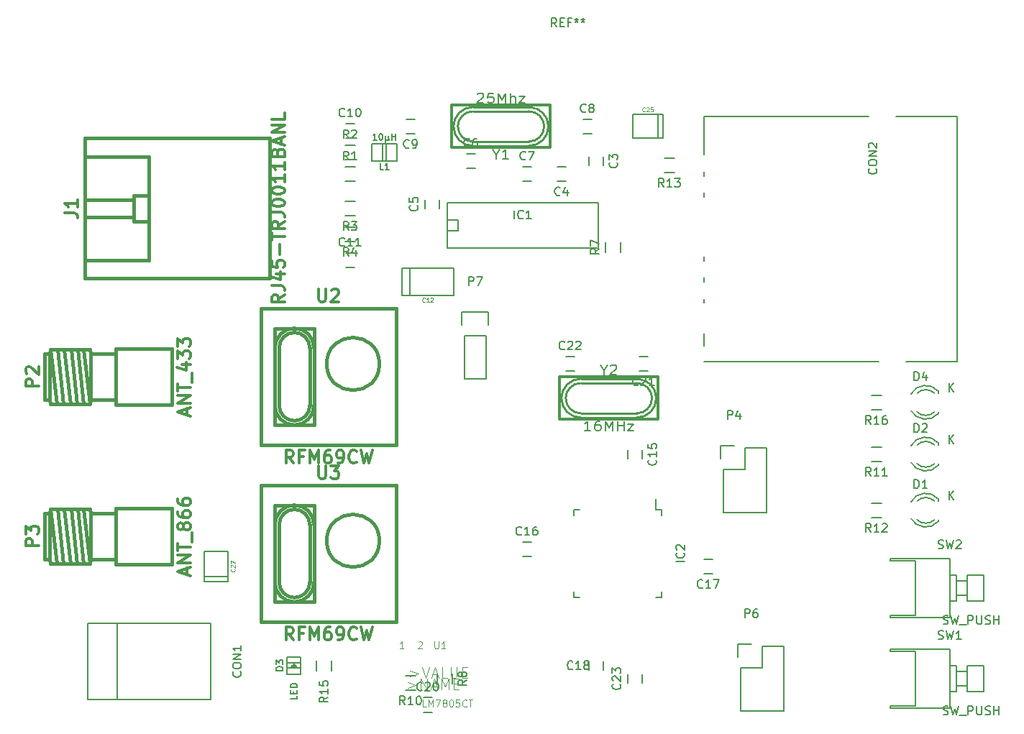
<source format=gto>
G04 #@! TF.FileFunction,Legend,Top*
%FSLAX46Y46*%
G04 Gerber Fmt 4.6, Leading zero omitted, Abs format (unit mm)*
G04 Created by KiCad (PCBNEW 4.0.1-stable) date 23.02.2016 21:53:13*
%MOMM*%
G01*
G04 APERTURE LIST*
%ADD10C,0.100000*%
%ADD11C,0.381000*%
%ADD12C,0.150000*%
%ADD13C,0.149860*%
%ADD14C,0.299720*%
%ADD15C,0.254000*%
%ADD16C,0.127000*%
%ADD17C,0.304800*%
%ADD18C,0.152400*%
%ADD19C,0.203200*%
%ADD20C,0.088900*%
%ADD21C,0.119380*%
G04 APERTURE END LIST*
D10*
D11*
X96745000Y-87376000D02*
X89379000Y-87376000D01*
X96745000Y-75184000D02*
X89379000Y-75184000D01*
X89174000Y-73025000D02*
X110974000Y-73025000D01*
X110969000Y-73025000D02*
X110969000Y-89535000D01*
X110974000Y-89535000D02*
X89174000Y-89535000D01*
X89179000Y-73025000D02*
X89179000Y-89535000D01*
X94967000Y-82804000D02*
X94967000Y-79756000D01*
X94967000Y-82296000D02*
X89379000Y-82296000D01*
X96745000Y-82804000D02*
X94967000Y-82804000D01*
X94967000Y-79756000D02*
X96745000Y-79756000D01*
X89379000Y-80264000D02*
X94967000Y-80264000D01*
X96745000Y-75184000D02*
X96745000Y-87376000D01*
D12*
X153074000Y-136152000D02*
X153074000Y-137152000D01*
X154774000Y-137152000D02*
X154774000Y-136152000D01*
X149479000Y-85979000D02*
X131826000Y-85979000D01*
X131826000Y-80645000D02*
X149606000Y-80645000D01*
X149606000Y-85979000D02*
X149606000Y-80645000D01*
X131826000Y-80645000D02*
X131826000Y-85979000D01*
X131826000Y-82677000D02*
X133096000Y-82677000D01*
X133096000Y-82677000D02*
X133096000Y-83947000D01*
X133096000Y-83947000D02*
X131826000Y-83947000D01*
X162052000Y-77444000D02*
X162052000Y-76944000D01*
X162052000Y-79944000D02*
X162052000Y-79444000D01*
X162052000Y-87444000D02*
X162052000Y-86944000D01*
X162052000Y-89944000D02*
X162052000Y-89444000D01*
X162052000Y-92344000D02*
X162052000Y-91944000D01*
X162052000Y-97444000D02*
X162052000Y-96044000D01*
X182652000Y-99344000D02*
X162052000Y-99344000D01*
X181452000Y-70444000D02*
X162052000Y-70444000D01*
X162052000Y-70444000D02*
X162052000Y-74944000D01*
X191852000Y-70444000D02*
X191852000Y-99344000D01*
X191852000Y-99344000D02*
X185852000Y-99344000D01*
X191852000Y-70444000D02*
X184652000Y-70444000D01*
D11*
X115656360Y-118518940D02*
X115656360Y-125321060D01*
X112057180Y-125321060D02*
X112057180Y-118518940D01*
X113855500Y-127121920D02*
G75*
G03X115656360Y-125321060I0J1800860D01*
G01*
X112057180Y-125321060D02*
G75*
G03X113855500Y-127119380I1798320J0D01*
G01*
X115653820Y-118518940D02*
G75*
G03X113855500Y-116720620I-1798320J0D01*
G01*
X113855500Y-116720620D02*
G75*
G03X112057180Y-118518940I0J-1798320D01*
G01*
X113855500Y-127622300D02*
G75*
G03X116156740Y-125321060I0J2301240D01*
G01*
X111556800Y-125321060D02*
G75*
G03X113855500Y-127619760I2298700J0D01*
G01*
X116154200Y-118518940D02*
G75*
G03X113855500Y-116220240I-2298700J0D01*
G01*
X113855500Y-116220240D02*
G75*
G03X111556800Y-118518940I0J-2298700D01*
G01*
X116156740Y-127619760D02*
X111556800Y-127619760D01*
X111556800Y-127619760D02*
X111556800Y-116220240D01*
X111556800Y-116220240D02*
X116156740Y-116220240D01*
X116156740Y-116220240D02*
X116156740Y-127619760D01*
X123858020Y-120418860D02*
G75*
G03X123858020Y-120418860I-3101340J0D01*
G01*
X109905800Y-113870740D02*
X125806200Y-113870740D01*
X125806200Y-113870740D02*
X125806200Y-129969260D01*
X125806200Y-129969260D02*
X109905800Y-129969260D01*
X109905800Y-129969260D02*
X109905800Y-113870740D01*
D12*
X157067000Y-116745000D02*
X156392000Y-116745000D01*
X157067000Y-127095000D02*
X156392000Y-127095000D01*
X146717000Y-127095000D02*
X147392000Y-127095000D01*
X146717000Y-116745000D02*
X147392000Y-116745000D01*
X157067000Y-116745000D02*
X157067000Y-117420000D01*
X146717000Y-116745000D02*
X146717000Y-117420000D01*
X146717000Y-127095000D02*
X146717000Y-126420000D01*
X157067000Y-127095000D02*
X157067000Y-126420000D01*
X156392000Y-116745000D02*
X156392000Y-115470000D01*
X150202000Y-76192000D02*
X150202000Y-75192000D01*
X148502000Y-75192000D02*
X148502000Y-76192000D01*
X144788000Y-78066000D02*
X145788000Y-78066000D01*
X145788000Y-76366000D02*
X144788000Y-76366000D01*
X129198000Y-80272000D02*
X129198000Y-81272000D01*
X130898000Y-81272000D02*
X130898000Y-80272000D01*
X135120000Y-74842000D02*
X134120000Y-74842000D01*
X134120000Y-76542000D02*
X135120000Y-76542000D01*
X141724000Y-76366000D02*
X140724000Y-76366000D01*
X140724000Y-78066000D02*
X141724000Y-78066000D01*
X148836000Y-70778000D02*
X147836000Y-70778000D01*
X147836000Y-72478000D02*
X148836000Y-72478000D01*
X120896000Y-71286000D02*
X119896000Y-71286000D01*
X119896000Y-72986000D02*
X120896000Y-72986000D01*
X120896000Y-86526000D02*
X119896000Y-86526000D01*
X119896000Y-88226000D02*
X120896000Y-88226000D01*
X154774000Y-110736000D02*
X154774000Y-109736000D01*
X153074000Y-109736000D02*
X153074000Y-110736000D01*
X141724000Y-120562000D02*
X140724000Y-120562000D01*
X140724000Y-122262000D02*
X141724000Y-122262000D01*
X162060000Y-124294000D02*
X163060000Y-124294000D01*
X163060000Y-122594000D02*
X162060000Y-122594000D01*
X148502000Y-134628000D02*
X148502000Y-135628000D01*
X150202000Y-135628000D02*
X150202000Y-134628000D01*
X93027500Y-130119120D02*
X93027500Y-139120880D01*
X89527380Y-130119120D02*
X89527380Y-139120880D01*
X89527380Y-139120880D02*
X104028240Y-139120880D01*
X104028240Y-139120880D02*
X104028240Y-130119120D01*
X104028240Y-130119120D02*
X89527380Y-130119120D01*
X189683000Y-115526000D02*
X189683000Y-115726000D01*
X189683000Y-118120000D02*
X189683000Y-117940000D01*
X186455256Y-117809643D02*
G75*
G03X189683000Y-118126000I1727744J1003643D01*
G01*
X187130994Y-117939068D02*
G75*
G03X189234000Y-117940000I1052006J1133068D01*
G01*
X189670220Y-115499274D02*
G75*
G03X186433000Y-115846000I-1497220J-1306726D01*
G01*
X189196889Y-115726747D02*
G75*
G03X187149000Y-115746000I-1013889J-1079253D01*
G01*
X189683000Y-108922000D02*
X189683000Y-109122000D01*
X189683000Y-111516000D02*
X189683000Y-111336000D01*
X186455256Y-111205643D02*
G75*
G03X189683000Y-111522000I1727744J1003643D01*
G01*
X187130994Y-111335068D02*
G75*
G03X189234000Y-111336000I1052006J1133068D01*
G01*
X189670220Y-108895274D02*
G75*
G03X186433000Y-109242000I-1497220J-1306726D01*
G01*
X189196889Y-109122747D02*
G75*
G03X187149000Y-109142000I-1013889J-1079253D01*
G01*
D13*
X124259340Y-73675240D02*
X124259340Y-75676760D01*
X124660660Y-75676760D02*
X124660660Y-73675240D01*
X125961140Y-75676760D02*
X122958860Y-75676760D01*
X122958860Y-75676760D02*
X122958860Y-73675240D01*
X122958860Y-73675240D02*
X125961140Y-73675240D01*
X125961140Y-73675240D02*
X125961140Y-75676760D01*
D12*
X164338000Y-112014000D02*
X164338000Y-117094000D01*
X164058000Y-109194000D02*
X165608000Y-109194000D01*
X166878000Y-109474000D02*
X166878000Y-112014000D01*
X166878000Y-112014000D02*
X164338000Y-112014000D01*
X164338000Y-117094000D02*
X169418000Y-117094000D01*
X169418000Y-117094000D02*
X169418000Y-112014000D01*
X164058000Y-109194000D02*
X164058000Y-110744000D01*
X169418000Y-109474000D02*
X166878000Y-109474000D01*
X169418000Y-112014000D02*
X169418000Y-109474000D01*
X166370000Y-135382000D02*
X166370000Y-140462000D01*
X166090000Y-132562000D02*
X167640000Y-132562000D01*
X168910000Y-132842000D02*
X168910000Y-135382000D01*
X168910000Y-135382000D02*
X166370000Y-135382000D01*
X166370000Y-140462000D02*
X171450000Y-140462000D01*
X171450000Y-140462000D02*
X171450000Y-135382000D01*
X166090000Y-132562000D02*
X166090000Y-134112000D01*
X171450000Y-132842000D02*
X168910000Y-132842000D01*
X171450000Y-135382000D02*
X171450000Y-132842000D01*
X133858000Y-96266000D02*
X133858000Y-101346000D01*
X133858000Y-101346000D02*
X136398000Y-101346000D01*
X136398000Y-101346000D02*
X136398000Y-96266000D01*
X136678000Y-93446000D02*
X136678000Y-94996000D01*
X136398000Y-96266000D02*
X133858000Y-96266000D01*
X133578000Y-94996000D02*
X133578000Y-93446000D01*
X133578000Y-93446000D02*
X136678000Y-93446000D01*
X120996000Y-78091000D02*
X119796000Y-78091000D01*
X119796000Y-76341000D02*
X120996000Y-76341000D01*
X120996000Y-75551000D02*
X119796000Y-75551000D01*
X119796000Y-73801000D02*
X120996000Y-73801000D01*
X119796000Y-80405000D02*
X120996000Y-80405000D01*
X120996000Y-82155000D02*
X119796000Y-82155000D01*
X119796000Y-83453000D02*
X120996000Y-83453000D01*
X120996000Y-85203000D02*
X119796000Y-85203000D01*
X152259000Y-85252000D02*
X152259000Y-86452000D01*
X150509000Y-86452000D02*
X150509000Y-85252000D01*
X130697000Y-137252000D02*
X130697000Y-136052000D01*
X132447000Y-136052000D02*
X132447000Y-137252000D01*
X126908000Y-136285000D02*
X128108000Y-136285000D01*
X128108000Y-138035000D02*
X126908000Y-138035000D01*
X181772000Y-109361000D02*
X182972000Y-109361000D01*
X182972000Y-111111000D02*
X181772000Y-111111000D01*
X181772000Y-115965000D02*
X182972000Y-115965000D01*
X182972000Y-117715000D02*
X181772000Y-117715000D01*
D11*
X115656360Y-97690940D02*
X115656360Y-104493060D01*
X112057180Y-104493060D02*
X112057180Y-97690940D01*
X113855500Y-106293920D02*
G75*
G03X115656360Y-104493060I0J1800860D01*
G01*
X112057180Y-104493060D02*
G75*
G03X113855500Y-106291380I1798320J0D01*
G01*
X115653820Y-97690940D02*
G75*
G03X113855500Y-95892620I-1798320J0D01*
G01*
X113855500Y-95892620D02*
G75*
G03X112057180Y-97690940I0J-1798320D01*
G01*
X113855500Y-106794300D02*
G75*
G03X116156740Y-104493060I0J2301240D01*
G01*
X111556800Y-104493060D02*
G75*
G03X113855500Y-106791760I2298700J0D01*
G01*
X116154200Y-97690940D02*
G75*
G03X113855500Y-95392240I-2298700J0D01*
G01*
X113855500Y-95392240D02*
G75*
G03X111556800Y-97690940I0J-2298700D01*
G01*
X116156740Y-106791760D02*
X111556800Y-106791760D01*
X111556800Y-106791760D02*
X111556800Y-95392240D01*
X111556800Y-95392240D02*
X116156740Y-95392240D01*
X116156740Y-95392240D02*
X116156740Y-106791760D01*
X123858020Y-99590860D02*
G75*
G03X123858020Y-99590860I-3101340J0D01*
G01*
X109905800Y-93042740D02*
X125806200Y-93042740D01*
X125806200Y-93042740D02*
X125806200Y-109141260D01*
X125806200Y-109141260D02*
X109905800Y-109141260D01*
X109905800Y-109141260D02*
X109905800Y-93042740D01*
D14*
X143974820Y-74127360D02*
X143974820Y-69128640D01*
X143974820Y-69128640D02*
X132377180Y-69128640D01*
X132377180Y-69128640D02*
X132377180Y-74127360D01*
X132377180Y-74127360D02*
X143974820Y-74127360D01*
D15*
X132588000Y-71628000D02*
G75*
G03X134874000Y-73914000I2286000J0D01*
G01*
X141478000Y-69850000D02*
X134874000Y-69850000D01*
X134874000Y-73406000D02*
X141478000Y-73406000D01*
X134874000Y-69850000D02*
G75*
G03X133096000Y-71628000I0J-1778000D01*
G01*
X133096000Y-71628000D02*
G75*
G03X134874000Y-73406000I1778000J0D01*
G01*
X143256000Y-71628000D02*
G75*
G03X141478000Y-69850000I-1778000J0D01*
G01*
X141478000Y-73406000D02*
G75*
G03X143256000Y-71628000I0J1778000D01*
G01*
X134874000Y-69342000D02*
G75*
G03X132588000Y-71628000I0J-2286000D01*
G01*
X134874000Y-69342000D02*
X141478000Y-69342000D01*
X141478000Y-73914000D02*
X134874000Y-73914000D01*
X143764000Y-71628000D02*
G75*
G03X141478000Y-69342000I-2286000J0D01*
G01*
X141478000Y-73914000D02*
G75*
G03X143764000Y-71628000I0J2286000D01*
G01*
D11*
X84448000Y-103792000D02*
X85048000Y-103792000D01*
X84448000Y-98392000D02*
X85048000Y-98392000D01*
X89848000Y-98392000D02*
X92848000Y-98392000D01*
X92848000Y-103792000D02*
X89848000Y-103792000D01*
X85148000Y-97892000D02*
X85048000Y-98392000D01*
X85048000Y-98392000D02*
X85048000Y-103792000D01*
X85048000Y-103792000D02*
X85148000Y-104292000D01*
X89848000Y-98392000D02*
X89848000Y-103792000D01*
X89848000Y-103792000D02*
X89748000Y-104292000D01*
X89748000Y-97892000D02*
X89848000Y-98392000D01*
X89048000Y-97892000D02*
X89748000Y-104292000D01*
X87548000Y-97892000D02*
X88248000Y-104292000D01*
X88348000Y-97892000D02*
X89048000Y-104292000D01*
X86748000Y-97892000D02*
X87448000Y-104292000D01*
X85948000Y-97892000D02*
X86648000Y-104292000D01*
X89748000Y-97892000D02*
X85148000Y-97892000D01*
X85148000Y-97892000D02*
X85848000Y-104292000D01*
X89748000Y-104292000D02*
X85148000Y-104292000D01*
X84448000Y-98392000D02*
X84448000Y-103792000D01*
X92848000Y-97792000D02*
X99448000Y-97792000D01*
X99448000Y-97792000D02*
X99449800Y-104392000D01*
X99448000Y-104392000D02*
X92848000Y-104392000D01*
X92848000Y-104392000D02*
X92848000Y-97792000D01*
X84448000Y-122588000D02*
X85048000Y-122588000D01*
X84448000Y-117188000D02*
X85048000Y-117188000D01*
X89848000Y-117188000D02*
X92848000Y-117188000D01*
X92848000Y-122588000D02*
X89848000Y-122588000D01*
X85148000Y-116688000D02*
X85048000Y-117188000D01*
X85048000Y-117188000D02*
X85048000Y-122588000D01*
X85048000Y-122588000D02*
X85148000Y-123088000D01*
X89848000Y-117188000D02*
X89848000Y-122588000D01*
X89848000Y-122588000D02*
X89748000Y-123088000D01*
X89748000Y-116688000D02*
X89848000Y-117188000D01*
X89048000Y-116688000D02*
X89748000Y-123088000D01*
X87548000Y-116688000D02*
X88248000Y-123088000D01*
X88348000Y-116688000D02*
X89048000Y-123088000D01*
X86748000Y-116688000D02*
X87448000Y-123088000D01*
X85948000Y-116688000D02*
X86648000Y-123088000D01*
X89748000Y-116688000D02*
X85148000Y-116688000D01*
X85148000Y-116688000D02*
X85848000Y-123088000D01*
X89748000Y-123088000D02*
X85148000Y-123088000D01*
X84448000Y-117188000D02*
X84448000Y-122588000D01*
X92848000Y-116588000D02*
X99448000Y-116588000D01*
X99448000Y-116588000D02*
X99449800Y-123188000D01*
X99448000Y-123188000D02*
X92848000Y-123188000D01*
X92848000Y-123188000D02*
X92848000Y-116588000D01*
D16*
X191020700Y-140157200D02*
X184010300Y-140157200D01*
X184010300Y-140157200D02*
X184010300Y-139903200D01*
X184010300Y-139903200D02*
X187007500Y-139903200D01*
X187007500Y-139903200D02*
X187007500Y-133400800D01*
X187007500Y-133400800D02*
X184010300Y-133400800D01*
X184010300Y-133400800D02*
X184010300Y-133146800D01*
X184010300Y-133146800D02*
X191020700Y-133146800D01*
X191020700Y-133146800D02*
X191020700Y-140157200D01*
X193027300Y-137464800D02*
X191782700Y-137464800D01*
X193027300Y-135839200D02*
X191782700Y-135839200D01*
X191020700Y-138150600D02*
X191782700Y-138150600D01*
X191782700Y-138150600D02*
X191782700Y-135153400D01*
X191782700Y-135153400D02*
X191020700Y-135153400D01*
X194983100Y-138150600D02*
X194983100Y-135153400D01*
X194983100Y-135153400D02*
X193027300Y-135153400D01*
X193027300Y-135153400D02*
X193027300Y-138150600D01*
X193027300Y-138150600D02*
X194983100Y-138150600D01*
X194983100Y-135153400D02*
X193027300Y-135153400D01*
X191020700Y-129489200D02*
X184010300Y-129489200D01*
X184010300Y-129489200D02*
X184010300Y-129235200D01*
X184010300Y-129235200D02*
X187007500Y-129235200D01*
X187007500Y-129235200D02*
X187007500Y-122732800D01*
X187007500Y-122732800D02*
X184010300Y-122732800D01*
X184010300Y-122732800D02*
X184010300Y-122478800D01*
X184010300Y-122478800D02*
X191020700Y-122478800D01*
X191020700Y-122478800D02*
X191020700Y-129489200D01*
X193027300Y-126796800D02*
X191782700Y-126796800D01*
X193027300Y-125171200D02*
X191782700Y-125171200D01*
X191020700Y-127482600D02*
X191782700Y-127482600D01*
X191782700Y-127482600D02*
X191782700Y-124485400D01*
X191782700Y-124485400D02*
X191020700Y-124485400D01*
X194983100Y-127482600D02*
X194983100Y-124485400D01*
X194983100Y-124485400D02*
X193027300Y-124485400D01*
X193027300Y-124485400D02*
X193027300Y-127482600D01*
X193027300Y-127482600D02*
X194983100Y-127482600D01*
X194983100Y-124485400D02*
X193027300Y-124485400D01*
D12*
X127008000Y-72478000D02*
X128008000Y-72478000D01*
X128008000Y-70778000D02*
X127008000Y-70778000D01*
X130040000Y-138900800D02*
X129040000Y-138900800D01*
X129040000Y-140600800D02*
X130040000Y-140600800D01*
X154440000Y-100418000D02*
X155440000Y-100418000D01*
X155440000Y-98718000D02*
X154440000Y-98718000D01*
X146804000Y-98718000D02*
X145804000Y-98718000D01*
X145804000Y-100418000D02*
X146804000Y-100418000D01*
X157388000Y-75325000D02*
X158588000Y-75325000D01*
X158588000Y-77075000D02*
X157388000Y-77075000D01*
D14*
X145077180Y-101132640D02*
X145077180Y-106131360D01*
X145077180Y-106131360D02*
X156674820Y-106131360D01*
X156674820Y-106131360D02*
X156674820Y-101132640D01*
X156674820Y-101132640D02*
X145077180Y-101132640D01*
D15*
X156464000Y-103632000D02*
G75*
G03X154178000Y-101346000I-2286000J0D01*
G01*
X147574000Y-105410000D02*
X154178000Y-105410000D01*
X154178000Y-101854000D02*
X147574000Y-101854000D01*
X154178000Y-105410000D02*
G75*
G03X155956000Y-103632000I0J1778000D01*
G01*
X155956000Y-103632000D02*
G75*
G03X154178000Y-101854000I-1778000J0D01*
G01*
X145796000Y-103632000D02*
G75*
G03X147574000Y-105410000I1778000J0D01*
G01*
X147574000Y-101854000D02*
G75*
G03X145796000Y-103632000I0J-1778000D01*
G01*
X154178000Y-105918000D02*
G75*
G03X156464000Y-103632000I0J2286000D01*
G01*
X154178000Y-105918000D02*
X147574000Y-105918000D01*
X147574000Y-101346000D02*
X154178000Y-101346000D01*
X145288000Y-103632000D02*
G75*
G03X147574000Y-105918000I2286000J0D01*
G01*
X147574000Y-101346000D02*
G75*
G03X145288000Y-103632000I0J-2286000D01*
G01*
D16*
X127444500Y-91503500D02*
X127444500Y-88328500D01*
X132588000Y-91503500D02*
X132588000Y-88328500D01*
X132588000Y-88328500D02*
X126492000Y-88328500D01*
X126492000Y-88328500D02*
X126492000Y-91503500D01*
X126492000Y-91503500D02*
X132588000Y-91503500D01*
X156654500Y-70231000D02*
X156654500Y-73025000D01*
X157226000Y-70231000D02*
X153670000Y-70231000D01*
X153670000Y-70231000D02*
X153670000Y-73025000D01*
X153670000Y-73025000D02*
X157226000Y-73025000D01*
X157226000Y-73025000D02*
X157226000Y-70231000D01*
X106045000Y-124650500D02*
X103251000Y-124650500D01*
X106045000Y-125222000D02*
X106045000Y-121666000D01*
X106045000Y-121666000D02*
X103251000Y-121666000D01*
X103251000Y-121666000D02*
X103251000Y-125222000D01*
X103251000Y-125222000D02*
X106045000Y-125222000D01*
X113792000Y-134927340D02*
X113492280Y-135227060D01*
X113492280Y-135227060D02*
X114091720Y-135227060D01*
X114091720Y-135227060D02*
X113792000Y-134927340D01*
X113891060Y-135028940D02*
X113692940Y-135028940D01*
X113591340Y-135128000D02*
X113992660Y-135128000D01*
X114592100Y-134828280D02*
X112991900Y-134828280D01*
X112991900Y-135427720D02*
X114592100Y-135427720D01*
X112991900Y-136128760D02*
X112991900Y-134127240D01*
X112991900Y-134127240D02*
X114592100Y-134127240D01*
X114592100Y-134127240D02*
X114592100Y-136128760D01*
X114592100Y-136128760D02*
X112991900Y-136128760D01*
D12*
X189683000Y-102826000D02*
X189683000Y-103026000D01*
X189683000Y-105420000D02*
X189683000Y-105240000D01*
X186455256Y-105109643D02*
G75*
G03X189683000Y-105426000I1727744J1003643D01*
G01*
X187130994Y-105239068D02*
G75*
G03X189234000Y-105240000I1052006J1133068D01*
G01*
X189670220Y-102799274D02*
G75*
G03X186433000Y-103146000I-1497220J-1306726D01*
G01*
X189196889Y-103026747D02*
G75*
G03X187149000Y-103046000I-1013889J-1079253D01*
G01*
X118223000Y-134528000D02*
X118223000Y-135728000D01*
X116473000Y-135728000D02*
X116473000Y-134528000D01*
X181772000Y-103265000D02*
X182972000Y-103265000D01*
X182972000Y-105015000D02*
X181772000Y-105015000D01*
D17*
X86793429Y-81788000D02*
X87882000Y-81788000D01*
X88099714Y-81860572D01*
X88244857Y-82005715D01*
X88317429Y-82223429D01*
X88317429Y-82368572D01*
X88317429Y-80264000D02*
X88317429Y-81134857D01*
X88317429Y-80699429D02*
X86793429Y-80699429D01*
X87011143Y-80844572D01*
X87156286Y-80989714D01*
X87228857Y-81134857D01*
X112701429Y-91440001D02*
X111975714Y-91948001D01*
X112701429Y-92310858D02*
X111177429Y-92310858D01*
X111177429Y-91730286D01*
X111250000Y-91585144D01*
X111322571Y-91512572D01*
X111467714Y-91440001D01*
X111685429Y-91440001D01*
X111830571Y-91512572D01*
X111903143Y-91585144D01*
X111975714Y-91730286D01*
X111975714Y-92310858D01*
X111177429Y-90351429D02*
X112266000Y-90351429D01*
X112483714Y-90424001D01*
X112628857Y-90569144D01*
X112701429Y-90786858D01*
X112701429Y-90932001D01*
X111685429Y-88972572D02*
X112701429Y-88972572D01*
X111104857Y-89335429D02*
X112193429Y-89698286D01*
X112193429Y-88754858D01*
X111177429Y-87448572D02*
X111177429Y-88174286D01*
X111903143Y-88246857D01*
X111830571Y-88174286D01*
X111758000Y-88029143D01*
X111758000Y-87666286D01*
X111830571Y-87521143D01*
X111903143Y-87448572D01*
X112048286Y-87376000D01*
X112411143Y-87376000D01*
X112556286Y-87448572D01*
X112628857Y-87521143D01*
X112701429Y-87666286D01*
X112701429Y-88029143D01*
X112628857Y-88174286D01*
X112556286Y-88246857D01*
X112120857Y-86722857D02*
X112120857Y-85561714D01*
X111177429Y-85053714D02*
X111177429Y-84182857D01*
X112701429Y-84618286D02*
X111177429Y-84618286D01*
X112701429Y-82804000D02*
X111975714Y-83312000D01*
X112701429Y-83674857D02*
X111177429Y-83674857D01*
X111177429Y-83094285D01*
X111250000Y-82949143D01*
X111322571Y-82876571D01*
X111467714Y-82804000D01*
X111685429Y-82804000D01*
X111830571Y-82876571D01*
X111903143Y-82949143D01*
X111975714Y-83094285D01*
X111975714Y-83674857D01*
X111177429Y-81715428D02*
X112266000Y-81715428D01*
X112483714Y-81788000D01*
X112628857Y-81933143D01*
X112701429Y-82150857D01*
X112701429Y-82296000D01*
X111177429Y-80699428D02*
X111177429Y-80554285D01*
X111250000Y-80409142D01*
X111322571Y-80336571D01*
X111467714Y-80264000D01*
X111758000Y-80191428D01*
X112120857Y-80191428D01*
X112411143Y-80264000D01*
X112556286Y-80336571D01*
X112628857Y-80409142D01*
X112701429Y-80554285D01*
X112701429Y-80699428D01*
X112628857Y-80844571D01*
X112556286Y-80917142D01*
X112411143Y-80989714D01*
X112120857Y-81062285D01*
X111758000Y-81062285D01*
X111467714Y-80989714D01*
X111322571Y-80917142D01*
X111250000Y-80844571D01*
X111177429Y-80699428D01*
X111177429Y-79247999D02*
X111177429Y-79102856D01*
X111250000Y-78957713D01*
X111322571Y-78885142D01*
X111467714Y-78812571D01*
X111758000Y-78739999D01*
X112120857Y-78739999D01*
X112411143Y-78812571D01*
X112556286Y-78885142D01*
X112628857Y-78957713D01*
X112701429Y-79102856D01*
X112701429Y-79247999D01*
X112628857Y-79393142D01*
X112556286Y-79465713D01*
X112411143Y-79538285D01*
X112120857Y-79610856D01*
X111758000Y-79610856D01*
X111467714Y-79538285D01*
X111322571Y-79465713D01*
X111250000Y-79393142D01*
X111177429Y-79247999D01*
X112701429Y-77288570D02*
X112701429Y-78159427D01*
X112701429Y-77723999D02*
X111177429Y-77723999D01*
X111395143Y-77869142D01*
X111540286Y-78014284D01*
X111612857Y-78159427D01*
X112701429Y-75837141D02*
X112701429Y-76707998D01*
X112701429Y-76272570D02*
X111177429Y-76272570D01*
X111395143Y-76417713D01*
X111540286Y-76562855D01*
X111612857Y-76707998D01*
X111903143Y-74675998D02*
X111975714Y-74458284D01*
X112048286Y-74385712D01*
X112193429Y-74313141D01*
X112411143Y-74313141D01*
X112556286Y-74385712D01*
X112628857Y-74458284D01*
X112701429Y-74603426D01*
X112701429Y-75183998D01*
X111177429Y-75183998D01*
X111177429Y-74675998D01*
X111250000Y-74530855D01*
X111322571Y-74458284D01*
X111467714Y-74385712D01*
X111612857Y-74385712D01*
X111758000Y-74458284D01*
X111830571Y-74530855D01*
X111903143Y-74675998D01*
X111903143Y-75183998D01*
X112266000Y-73732569D02*
X112266000Y-73006855D01*
X112701429Y-73877712D02*
X111177429Y-73369712D01*
X112701429Y-72861712D01*
X112701429Y-72353712D02*
X111177429Y-72353712D01*
X112701429Y-71482855D01*
X111177429Y-71482855D01*
X112701429Y-70031427D02*
X112701429Y-70757141D01*
X111177429Y-70757141D01*
D12*
X144716667Y-59888381D02*
X144383333Y-59412190D01*
X144145238Y-59888381D02*
X144145238Y-58888381D01*
X144526191Y-58888381D01*
X144621429Y-58936000D01*
X144669048Y-58983619D01*
X144716667Y-59078857D01*
X144716667Y-59221714D01*
X144669048Y-59316952D01*
X144621429Y-59364571D01*
X144526191Y-59412190D01*
X144145238Y-59412190D01*
X145145238Y-59364571D02*
X145478572Y-59364571D01*
X145621429Y-59888381D02*
X145145238Y-59888381D01*
X145145238Y-58888381D01*
X145621429Y-58888381D01*
X146383334Y-59364571D02*
X146050000Y-59364571D01*
X146050000Y-59888381D02*
X146050000Y-58888381D01*
X146526191Y-58888381D01*
X147050000Y-58888381D02*
X147050000Y-59126476D01*
X146811905Y-59031238D02*
X147050000Y-59126476D01*
X147288096Y-59031238D01*
X146907143Y-59316952D02*
X147050000Y-59126476D01*
X147192858Y-59316952D01*
X147811905Y-58888381D02*
X147811905Y-59126476D01*
X147573810Y-59031238D02*
X147811905Y-59126476D01*
X148050001Y-59031238D01*
X147669048Y-59316952D02*
X147811905Y-59126476D01*
X147954763Y-59316952D01*
X152181143Y-137294857D02*
X152228762Y-137342476D01*
X152276381Y-137485333D01*
X152276381Y-137580571D01*
X152228762Y-137723429D01*
X152133524Y-137818667D01*
X152038286Y-137866286D01*
X151847810Y-137913905D01*
X151704952Y-137913905D01*
X151514476Y-137866286D01*
X151419238Y-137818667D01*
X151324000Y-137723429D01*
X151276381Y-137580571D01*
X151276381Y-137485333D01*
X151324000Y-137342476D01*
X151371619Y-137294857D01*
X151371619Y-136913905D02*
X151324000Y-136866286D01*
X151276381Y-136771048D01*
X151276381Y-136532952D01*
X151324000Y-136437714D01*
X151371619Y-136390095D01*
X151466857Y-136342476D01*
X151562095Y-136342476D01*
X151704952Y-136390095D01*
X152276381Y-136961524D01*
X152276381Y-136342476D01*
X151276381Y-136009143D02*
X151276381Y-135390095D01*
X151657333Y-135723429D01*
X151657333Y-135580571D01*
X151704952Y-135485333D01*
X151752571Y-135437714D01*
X151847810Y-135390095D01*
X152085905Y-135390095D01*
X152181143Y-135437714D01*
X152228762Y-135485333D01*
X152276381Y-135580571D01*
X152276381Y-135866286D01*
X152228762Y-135961524D01*
X152181143Y-136009143D01*
X139739810Y-82502001D02*
X139739810Y-81502001D01*
X140787429Y-82406763D02*
X140739810Y-82454382D01*
X140596953Y-82502001D01*
X140501715Y-82502001D01*
X140358857Y-82454382D01*
X140263619Y-82359144D01*
X140216000Y-82263906D01*
X140168381Y-82073430D01*
X140168381Y-81930572D01*
X140216000Y-81740096D01*
X140263619Y-81644858D01*
X140358857Y-81549620D01*
X140501715Y-81502001D01*
X140596953Y-81502001D01*
X140739810Y-81549620D01*
X140787429Y-81597239D01*
X141739810Y-82502001D02*
X141168381Y-82502001D01*
X141454095Y-82502001D02*
X141454095Y-81502001D01*
X141358857Y-81644858D01*
X141263619Y-81740096D01*
X141168381Y-81787715D01*
X182340343Y-76594425D02*
X182387962Y-76642044D01*
X182435581Y-76784901D01*
X182435581Y-76880139D01*
X182387962Y-77022997D01*
X182292724Y-77118235D01*
X182197486Y-77165854D01*
X182007010Y-77213473D01*
X181864152Y-77213473D01*
X181673676Y-77165854D01*
X181578438Y-77118235D01*
X181483200Y-77022997D01*
X181435581Y-76880139D01*
X181435581Y-76784901D01*
X181483200Y-76642044D01*
X181530819Y-76594425D01*
X181435581Y-75975378D02*
X181435581Y-75784901D01*
X181483200Y-75689663D01*
X181578438Y-75594425D01*
X181768914Y-75546806D01*
X182102248Y-75546806D01*
X182292724Y-75594425D01*
X182387962Y-75689663D01*
X182435581Y-75784901D01*
X182435581Y-75975378D01*
X182387962Y-76070616D01*
X182292724Y-76165854D01*
X182102248Y-76213473D01*
X181768914Y-76213473D01*
X181578438Y-76165854D01*
X181483200Y-76070616D01*
X181435581Y-75975378D01*
X182435581Y-75118235D02*
X181435581Y-75118235D01*
X182435581Y-74546806D01*
X181435581Y-74546806D01*
X181530819Y-74118235D02*
X181483200Y-74070616D01*
X181435581Y-73975378D01*
X181435581Y-73737282D01*
X181483200Y-73642044D01*
X181530819Y-73594425D01*
X181626057Y-73546806D01*
X181721295Y-73546806D01*
X181864152Y-73594425D01*
X182435581Y-74165854D01*
X182435581Y-73546806D01*
D17*
X116694857Y-111585829D02*
X116694857Y-112819543D01*
X116767429Y-112964686D01*
X116840000Y-113037257D01*
X116985143Y-113109829D01*
X117275429Y-113109829D01*
X117420571Y-113037257D01*
X117493143Y-112964686D01*
X117565714Y-112819543D01*
X117565714Y-111585829D01*
X118146285Y-111585829D02*
X119089714Y-111585829D01*
X118581714Y-112166400D01*
X118799428Y-112166400D01*
X118944571Y-112238971D01*
X119017142Y-112311543D01*
X119089714Y-112456686D01*
X119089714Y-112819543D01*
X119017142Y-112964686D01*
X118944571Y-113037257D01*
X118799428Y-113109829D01*
X118364000Y-113109829D01*
X118218857Y-113037257D01*
X118146285Y-112964686D01*
X113719428Y-132109029D02*
X113211428Y-131383314D01*
X112848571Y-132109029D02*
X112848571Y-130585029D01*
X113429143Y-130585029D01*
X113574285Y-130657600D01*
X113646857Y-130730171D01*
X113719428Y-130875314D01*
X113719428Y-131093029D01*
X113646857Y-131238171D01*
X113574285Y-131310743D01*
X113429143Y-131383314D01*
X112848571Y-131383314D01*
X114880571Y-131310743D02*
X114372571Y-131310743D01*
X114372571Y-132109029D02*
X114372571Y-130585029D01*
X115098285Y-130585029D01*
X115678857Y-132109029D02*
X115678857Y-130585029D01*
X116186857Y-131673600D01*
X116694857Y-130585029D01*
X116694857Y-132109029D01*
X118073714Y-130585029D02*
X117783428Y-130585029D01*
X117638285Y-130657600D01*
X117565714Y-130730171D01*
X117420571Y-130947886D01*
X117348000Y-131238171D01*
X117348000Y-131818743D01*
X117420571Y-131963886D01*
X117493143Y-132036457D01*
X117638285Y-132109029D01*
X117928571Y-132109029D01*
X118073714Y-132036457D01*
X118146285Y-131963886D01*
X118218857Y-131818743D01*
X118218857Y-131455886D01*
X118146285Y-131310743D01*
X118073714Y-131238171D01*
X117928571Y-131165600D01*
X117638285Y-131165600D01*
X117493143Y-131238171D01*
X117420571Y-131310743D01*
X117348000Y-131455886D01*
X118944572Y-132109029D02*
X119234857Y-132109029D01*
X119380000Y-132036457D01*
X119452572Y-131963886D01*
X119597714Y-131746171D01*
X119670286Y-131455886D01*
X119670286Y-130875314D01*
X119597714Y-130730171D01*
X119525143Y-130657600D01*
X119380000Y-130585029D01*
X119089714Y-130585029D01*
X118944572Y-130657600D01*
X118872000Y-130730171D01*
X118799429Y-130875314D01*
X118799429Y-131238171D01*
X118872000Y-131383314D01*
X118944572Y-131455886D01*
X119089714Y-131528457D01*
X119380000Y-131528457D01*
X119525143Y-131455886D01*
X119597714Y-131383314D01*
X119670286Y-131238171D01*
X121194286Y-131963886D02*
X121121715Y-132036457D01*
X120904001Y-132109029D01*
X120758858Y-132109029D01*
X120541143Y-132036457D01*
X120396001Y-131891314D01*
X120323429Y-131746171D01*
X120250858Y-131455886D01*
X120250858Y-131238171D01*
X120323429Y-130947886D01*
X120396001Y-130802743D01*
X120541143Y-130657600D01*
X120758858Y-130585029D01*
X120904001Y-130585029D01*
X121121715Y-130657600D01*
X121194286Y-130730171D01*
X121702286Y-130585029D02*
X122065143Y-132109029D01*
X122355429Y-131020457D01*
X122645715Y-132109029D01*
X123008572Y-130585029D01*
D12*
X159794381Y-122896190D02*
X158794381Y-122896190D01*
X159699143Y-121848571D02*
X159746762Y-121896190D01*
X159794381Y-122039047D01*
X159794381Y-122134285D01*
X159746762Y-122277143D01*
X159651524Y-122372381D01*
X159556286Y-122420000D01*
X159365810Y-122467619D01*
X159222952Y-122467619D01*
X159032476Y-122420000D01*
X158937238Y-122372381D01*
X158842000Y-122277143D01*
X158794381Y-122134285D01*
X158794381Y-122039047D01*
X158842000Y-121896190D01*
X158889619Y-121848571D01*
X158889619Y-121467619D02*
X158842000Y-121420000D01*
X158794381Y-121324762D01*
X158794381Y-121086666D01*
X158842000Y-120991428D01*
X158889619Y-120943809D01*
X158984857Y-120896190D01*
X159080095Y-120896190D01*
X159222952Y-120943809D01*
X159794381Y-121515238D01*
X159794381Y-120896190D01*
X151809143Y-75858666D02*
X151856762Y-75906285D01*
X151904381Y-76049142D01*
X151904381Y-76144380D01*
X151856762Y-76287238D01*
X151761524Y-76382476D01*
X151666286Y-76430095D01*
X151475810Y-76477714D01*
X151332952Y-76477714D01*
X151142476Y-76430095D01*
X151047238Y-76382476D01*
X150952000Y-76287238D01*
X150904381Y-76144380D01*
X150904381Y-76049142D01*
X150952000Y-75906285D01*
X150999619Y-75858666D01*
X150904381Y-75525333D02*
X150904381Y-74906285D01*
X151285333Y-75239619D01*
X151285333Y-75096761D01*
X151332952Y-75001523D01*
X151380571Y-74953904D01*
X151475810Y-74906285D01*
X151713905Y-74906285D01*
X151809143Y-74953904D01*
X151856762Y-75001523D01*
X151904381Y-75096761D01*
X151904381Y-75382476D01*
X151856762Y-75477714D01*
X151809143Y-75525333D01*
X145121334Y-79673143D02*
X145073715Y-79720762D01*
X144930858Y-79768381D01*
X144835620Y-79768381D01*
X144692762Y-79720762D01*
X144597524Y-79625524D01*
X144549905Y-79530286D01*
X144502286Y-79339810D01*
X144502286Y-79196952D01*
X144549905Y-79006476D01*
X144597524Y-78911238D01*
X144692762Y-78816000D01*
X144835620Y-78768381D01*
X144930858Y-78768381D01*
X145073715Y-78816000D01*
X145121334Y-78863619D01*
X145978477Y-79101714D02*
X145978477Y-79768381D01*
X145740381Y-78720762D02*
X145502286Y-79435048D01*
X146121334Y-79435048D01*
X128305143Y-80938666D02*
X128352762Y-80986285D01*
X128400381Y-81129142D01*
X128400381Y-81224380D01*
X128352762Y-81367238D01*
X128257524Y-81462476D01*
X128162286Y-81510095D01*
X127971810Y-81557714D01*
X127828952Y-81557714D01*
X127638476Y-81510095D01*
X127543238Y-81462476D01*
X127448000Y-81367238D01*
X127400381Y-81224380D01*
X127400381Y-81129142D01*
X127448000Y-80986285D01*
X127495619Y-80938666D01*
X127400381Y-80033904D02*
X127400381Y-80510095D01*
X127876571Y-80557714D01*
X127828952Y-80510095D01*
X127781333Y-80414857D01*
X127781333Y-80176761D01*
X127828952Y-80081523D01*
X127876571Y-80033904D01*
X127971810Y-79986285D01*
X128209905Y-79986285D01*
X128305143Y-80033904D01*
X128352762Y-80081523D01*
X128400381Y-80176761D01*
X128400381Y-80414857D01*
X128352762Y-80510095D01*
X128305143Y-80557714D01*
X134453334Y-73949143D02*
X134405715Y-73996762D01*
X134262858Y-74044381D01*
X134167620Y-74044381D01*
X134024762Y-73996762D01*
X133929524Y-73901524D01*
X133881905Y-73806286D01*
X133834286Y-73615810D01*
X133834286Y-73472952D01*
X133881905Y-73282476D01*
X133929524Y-73187238D01*
X134024762Y-73092000D01*
X134167620Y-73044381D01*
X134262858Y-73044381D01*
X134405715Y-73092000D01*
X134453334Y-73139619D01*
X135310477Y-73044381D02*
X135120000Y-73044381D01*
X135024762Y-73092000D01*
X134977143Y-73139619D01*
X134881905Y-73282476D01*
X134834286Y-73472952D01*
X134834286Y-73853905D01*
X134881905Y-73949143D01*
X134929524Y-73996762D01*
X135024762Y-74044381D01*
X135215239Y-74044381D01*
X135310477Y-73996762D01*
X135358096Y-73949143D01*
X135405715Y-73853905D01*
X135405715Y-73615810D01*
X135358096Y-73520571D01*
X135310477Y-73472952D01*
X135215239Y-73425333D01*
X135024762Y-73425333D01*
X134929524Y-73472952D01*
X134881905Y-73520571D01*
X134834286Y-73615810D01*
X141057334Y-75473143D02*
X141009715Y-75520762D01*
X140866858Y-75568381D01*
X140771620Y-75568381D01*
X140628762Y-75520762D01*
X140533524Y-75425524D01*
X140485905Y-75330286D01*
X140438286Y-75139810D01*
X140438286Y-74996952D01*
X140485905Y-74806476D01*
X140533524Y-74711238D01*
X140628762Y-74616000D01*
X140771620Y-74568381D01*
X140866858Y-74568381D01*
X141009715Y-74616000D01*
X141057334Y-74663619D01*
X141390667Y-74568381D02*
X142057334Y-74568381D01*
X141628762Y-75568381D01*
X148169334Y-69885143D02*
X148121715Y-69932762D01*
X147978858Y-69980381D01*
X147883620Y-69980381D01*
X147740762Y-69932762D01*
X147645524Y-69837524D01*
X147597905Y-69742286D01*
X147550286Y-69551810D01*
X147550286Y-69408952D01*
X147597905Y-69218476D01*
X147645524Y-69123238D01*
X147740762Y-69028000D01*
X147883620Y-68980381D01*
X147978858Y-68980381D01*
X148121715Y-69028000D01*
X148169334Y-69075619D01*
X148740762Y-69408952D02*
X148645524Y-69361333D01*
X148597905Y-69313714D01*
X148550286Y-69218476D01*
X148550286Y-69170857D01*
X148597905Y-69075619D01*
X148645524Y-69028000D01*
X148740762Y-68980381D01*
X148931239Y-68980381D01*
X149026477Y-69028000D01*
X149074096Y-69075619D01*
X149121715Y-69170857D01*
X149121715Y-69218476D01*
X149074096Y-69313714D01*
X149026477Y-69361333D01*
X148931239Y-69408952D01*
X148740762Y-69408952D01*
X148645524Y-69456571D01*
X148597905Y-69504190D01*
X148550286Y-69599429D01*
X148550286Y-69789905D01*
X148597905Y-69885143D01*
X148645524Y-69932762D01*
X148740762Y-69980381D01*
X148931239Y-69980381D01*
X149026477Y-69932762D01*
X149074096Y-69885143D01*
X149121715Y-69789905D01*
X149121715Y-69599429D01*
X149074096Y-69504190D01*
X149026477Y-69456571D01*
X148931239Y-69408952D01*
X119753143Y-70393143D02*
X119705524Y-70440762D01*
X119562667Y-70488381D01*
X119467429Y-70488381D01*
X119324571Y-70440762D01*
X119229333Y-70345524D01*
X119181714Y-70250286D01*
X119134095Y-70059810D01*
X119134095Y-69916952D01*
X119181714Y-69726476D01*
X119229333Y-69631238D01*
X119324571Y-69536000D01*
X119467429Y-69488381D01*
X119562667Y-69488381D01*
X119705524Y-69536000D01*
X119753143Y-69583619D01*
X120705524Y-70488381D02*
X120134095Y-70488381D01*
X120419809Y-70488381D02*
X120419809Y-69488381D01*
X120324571Y-69631238D01*
X120229333Y-69726476D01*
X120134095Y-69774095D01*
X121324571Y-69488381D02*
X121419810Y-69488381D01*
X121515048Y-69536000D01*
X121562667Y-69583619D01*
X121610286Y-69678857D01*
X121657905Y-69869333D01*
X121657905Y-70107429D01*
X121610286Y-70297905D01*
X121562667Y-70393143D01*
X121515048Y-70440762D01*
X121419810Y-70488381D01*
X121324571Y-70488381D01*
X121229333Y-70440762D01*
X121181714Y-70393143D01*
X121134095Y-70297905D01*
X121086476Y-70107429D01*
X121086476Y-69869333D01*
X121134095Y-69678857D01*
X121181714Y-69583619D01*
X121229333Y-69536000D01*
X121324571Y-69488381D01*
X119753143Y-85633143D02*
X119705524Y-85680762D01*
X119562667Y-85728381D01*
X119467429Y-85728381D01*
X119324571Y-85680762D01*
X119229333Y-85585524D01*
X119181714Y-85490286D01*
X119134095Y-85299810D01*
X119134095Y-85156952D01*
X119181714Y-84966476D01*
X119229333Y-84871238D01*
X119324571Y-84776000D01*
X119467429Y-84728381D01*
X119562667Y-84728381D01*
X119705524Y-84776000D01*
X119753143Y-84823619D01*
X120705524Y-85728381D02*
X120134095Y-85728381D01*
X120419809Y-85728381D02*
X120419809Y-84728381D01*
X120324571Y-84871238D01*
X120229333Y-84966476D01*
X120134095Y-85014095D01*
X121657905Y-85728381D02*
X121086476Y-85728381D01*
X121372190Y-85728381D02*
X121372190Y-84728381D01*
X121276952Y-84871238D01*
X121181714Y-84966476D01*
X121086476Y-85014095D01*
X156381143Y-110878857D02*
X156428762Y-110926476D01*
X156476381Y-111069333D01*
X156476381Y-111164571D01*
X156428762Y-111307429D01*
X156333524Y-111402667D01*
X156238286Y-111450286D01*
X156047810Y-111497905D01*
X155904952Y-111497905D01*
X155714476Y-111450286D01*
X155619238Y-111402667D01*
X155524000Y-111307429D01*
X155476381Y-111164571D01*
X155476381Y-111069333D01*
X155524000Y-110926476D01*
X155571619Y-110878857D01*
X156476381Y-109926476D02*
X156476381Y-110497905D01*
X156476381Y-110212191D02*
X155476381Y-110212191D01*
X155619238Y-110307429D01*
X155714476Y-110402667D01*
X155762095Y-110497905D01*
X155476381Y-109021714D02*
X155476381Y-109497905D01*
X155952571Y-109545524D01*
X155904952Y-109497905D01*
X155857333Y-109402667D01*
X155857333Y-109164571D01*
X155904952Y-109069333D01*
X155952571Y-109021714D01*
X156047810Y-108974095D01*
X156285905Y-108974095D01*
X156381143Y-109021714D01*
X156428762Y-109069333D01*
X156476381Y-109164571D01*
X156476381Y-109402667D01*
X156428762Y-109497905D01*
X156381143Y-109545524D01*
X140581143Y-119669143D02*
X140533524Y-119716762D01*
X140390667Y-119764381D01*
X140295429Y-119764381D01*
X140152571Y-119716762D01*
X140057333Y-119621524D01*
X140009714Y-119526286D01*
X139962095Y-119335810D01*
X139962095Y-119192952D01*
X140009714Y-119002476D01*
X140057333Y-118907238D01*
X140152571Y-118812000D01*
X140295429Y-118764381D01*
X140390667Y-118764381D01*
X140533524Y-118812000D01*
X140581143Y-118859619D01*
X141533524Y-119764381D02*
X140962095Y-119764381D01*
X141247809Y-119764381D02*
X141247809Y-118764381D01*
X141152571Y-118907238D01*
X141057333Y-119002476D01*
X140962095Y-119050095D01*
X142390667Y-118764381D02*
X142200190Y-118764381D01*
X142104952Y-118812000D01*
X142057333Y-118859619D01*
X141962095Y-119002476D01*
X141914476Y-119192952D01*
X141914476Y-119573905D01*
X141962095Y-119669143D01*
X142009714Y-119716762D01*
X142104952Y-119764381D01*
X142295429Y-119764381D01*
X142390667Y-119716762D01*
X142438286Y-119669143D01*
X142485905Y-119573905D01*
X142485905Y-119335810D01*
X142438286Y-119240571D01*
X142390667Y-119192952D01*
X142295429Y-119145333D01*
X142104952Y-119145333D01*
X142009714Y-119192952D01*
X141962095Y-119240571D01*
X141914476Y-119335810D01*
X161917143Y-125901143D02*
X161869524Y-125948762D01*
X161726667Y-125996381D01*
X161631429Y-125996381D01*
X161488571Y-125948762D01*
X161393333Y-125853524D01*
X161345714Y-125758286D01*
X161298095Y-125567810D01*
X161298095Y-125424952D01*
X161345714Y-125234476D01*
X161393333Y-125139238D01*
X161488571Y-125044000D01*
X161631429Y-124996381D01*
X161726667Y-124996381D01*
X161869524Y-125044000D01*
X161917143Y-125091619D01*
X162869524Y-125996381D02*
X162298095Y-125996381D01*
X162583809Y-125996381D02*
X162583809Y-124996381D01*
X162488571Y-125139238D01*
X162393333Y-125234476D01*
X162298095Y-125282095D01*
X163202857Y-124996381D02*
X163869524Y-124996381D01*
X163440952Y-125996381D01*
X146609143Y-135485143D02*
X146561524Y-135532762D01*
X146418667Y-135580381D01*
X146323429Y-135580381D01*
X146180571Y-135532762D01*
X146085333Y-135437524D01*
X146037714Y-135342286D01*
X145990095Y-135151810D01*
X145990095Y-135008952D01*
X146037714Y-134818476D01*
X146085333Y-134723238D01*
X146180571Y-134628000D01*
X146323429Y-134580381D01*
X146418667Y-134580381D01*
X146561524Y-134628000D01*
X146609143Y-134675619D01*
X147561524Y-135580381D02*
X146990095Y-135580381D01*
X147275809Y-135580381D02*
X147275809Y-134580381D01*
X147180571Y-134723238D01*
X147085333Y-134818476D01*
X146990095Y-134866095D01*
X148132952Y-135008952D02*
X148037714Y-134961333D01*
X147990095Y-134913714D01*
X147942476Y-134818476D01*
X147942476Y-134770857D01*
X147990095Y-134675619D01*
X148037714Y-134628000D01*
X148132952Y-134580381D01*
X148323429Y-134580381D01*
X148418667Y-134628000D01*
X148466286Y-134675619D01*
X148513905Y-134770857D01*
X148513905Y-134818476D01*
X148466286Y-134913714D01*
X148418667Y-134961333D01*
X148323429Y-135008952D01*
X148132952Y-135008952D01*
X148037714Y-135056571D01*
X147990095Y-135104190D01*
X147942476Y-135199429D01*
X147942476Y-135389905D01*
X147990095Y-135485143D01*
X148037714Y-135532762D01*
X148132952Y-135580381D01*
X148323429Y-135580381D01*
X148418667Y-135532762D01*
X148466286Y-135485143D01*
X148513905Y-135389905D01*
X148513905Y-135199429D01*
X148466286Y-135104190D01*
X148418667Y-135056571D01*
X148323429Y-135008952D01*
X107484183Y-135834285D02*
X107531802Y-135881904D01*
X107579421Y-136024761D01*
X107579421Y-136119999D01*
X107531802Y-136262857D01*
X107436564Y-136358095D01*
X107341326Y-136405714D01*
X107150850Y-136453333D01*
X107007992Y-136453333D01*
X106817516Y-136405714D01*
X106722278Y-136358095D01*
X106627040Y-136262857D01*
X106579421Y-136119999D01*
X106579421Y-136024761D01*
X106627040Y-135881904D01*
X106674659Y-135834285D01*
X106579421Y-135215238D02*
X106579421Y-135024761D01*
X106627040Y-134929523D01*
X106722278Y-134834285D01*
X106912754Y-134786666D01*
X107246088Y-134786666D01*
X107436564Y-134834285D01*
X107531802Y-134929523D01*
X107579421Y-135024761D01*
X107579421Y-135215238D01*
X107531802Y-135310476D01*
X107436564Y-135405714D01*
X107246088Y-135453333D01*
X106912754Y-135453333D01*
X106722278Y-135405714D01*
X106627040Y-135310476D01*
X106579421Y-135215238D01*
X107579421Y-134358095D02*
X106579421Y-134358095D01*
X107579421Y-133786666D01*
X106579421Y-133786666D01*
X107579421Y-132786666D02*
X107579421Y-133358095D01*
X107579421Y-133072381D02*
X106579421Y-133072381D01*
X106722278Y-133167619D01*
X106817516Y-133262857D01*
X106865135Y-133358095D01*
X186835905Y-114232381D02*
X186835905Y-113232381D01*
X187074000Y-113232381D01*
X187216858Y-113280000D01*
X187312096Y-113375238D01*
X187359715Y-113470476D01*
X187407334Y-113660952D01*
X187407334Y-113803810D01*
X187359715Y-113994286D01*
X187312096Y-114089524D01*
X187216858Y-114184762D01*
X187074000Y-114232381D01*
X186835905Y-114232381D01*
X188359715Y-114232381D02*
X187788286Y-114232381D01*
X188074000Y-114232381D02*
X188074000Y-113232381D01*
X187978762Y-113375238D01*
X187883524Y-113470476D01*
X187788286Y-113518095D01*
X190912095Y-115552381D02*
X190912095Y-114552381D01*
X191483524Y-115552381D02*
X191054952Y-114980952D01*
X191483524Y-114552381D02*
X190912095Y-115123810D01*
X186835905Y-107628381D02*
X186835905Y-106628381D01*
X187074000Y-106628381D01*
X187216858Y-106676000D01*
X187312096Y-106771238D01*
X187359715Y-106866476D01*
X187407334Y-107056952D01*
X187407334Y-107199810D01*
X187359715Y-107390286D01*
X187312096Y-107485524D01*
X187216858Y-107580762D01*
X187074000Y-107628381D01*
X186835905Y-107628381D01*
X187788286Y-106723619D02*
X187835905Y-106676000D01*
X187931143Y-106628381D01*
X188169239Y-106628381D01*
X188264477Y-106676000D01*
X188312096Y-106723619D01*
X188359715Y-106818857D01*
X188359715Y-106914095D01*
X188312096Y-107056952D01*
X187740667Y-107628381D01*
X188359715Y-107628381D01*
X190912095Y-108948381D02*
X190912095Y-107948381D01*
X191483524Y-108948381D02*
X191054952Y-108376952D01*
X191483524Y-107948381D02*
X190912095Y-108519810D01*
D13*
X124335117Y-76714229D02*
X123978308Y-76714229D01*
X123978308Y-75964929D01*
X124977374Y-76714229D02*
X124549203Y-76714229D01*
X124763289Y-76714229D02*
X124763289Y-75964929D01*
X124691927Y-76071972D01*
X124620565Y-76143334D01*
X124549203Y-76179015D01*
X123532295Y-73214109D02*
X123104124Y-73214109D01*
X123318210Y-73214109D02*
X123318210Y-72464809D01*
X123246848Y-72571852D01*
X123175486Y-72643214D01*
X123104124Y-72678895D01*
X123996148Y-72464809D02*
X124067509Y-72464809D01*
X124138871Y-72500490D01*
X124174552Y-72536171D01*
X124210233Y-72607533D01*
X124245914Y-72750257D01*
X124245914Y-72928661D01*
X124210233Y-73071385D01*
X124174552Y-73142747D01*
X124138871Y-73178428D01*
X124067509Y-73214109D01*
X123996148Y-73214109D01*
X123924786Y-73178428D01*
X123889105Y-73142747D01*
X123853424Y-73071385D01*
X123817743Y-72928661D01*
X123817743Y-72750257D01*
X123853424Y-72607533D01*
X123889105Y-72536171D01*
X123924786Y-72500490D01*
X123996148Y-72464809D01*
X124567043Y-72714576D02*
X124567043Y-73463876D01*
X124923852Y-73107066D02*
X124959533Y-73178428D01*
X125030895Y-73214109D01*
X124567043Y-73107066D02*
X124602724Y-73178428D01*
X124674086Y-73214109D01*
X124816809Y-73214109D01*
X124888171Y-73178428D01*
X124923852Y-73107066D01*
X124923852Y-72714576D01*
X125352024Y-73214109D02*
X125352024Y-72464809D01*
X125352024Y-72821619D02*
X125780195Y-72821619D01*
X125780195Y-73214109D02*
X125780195Y-72464809D01*
D12*
X164869905Y-106096381D02*
X164869905Y-105096381D01*
X165250858Y-105096381D01*
X165346096Y-105144000D01*
X165393715Y-105191619D01*
X165441334Y-105286857D01*
X165441334Y-105429714D01*
X165393715Y-105524952D01*
X165346096Y-105572571D01*
X165250858Y-105620190D01*
X164869905Y-105620190D01*
X166298477Y-105429714D02*
X166298477Y-106096381D01*
X166060381Y-105048762D02*
X165822286Y-105763048D01*
X166441334Y-105763048D01*
X166901905Y-129464381D02*
X166901905Y-128464381D01*
X167282858Y-128464381D01*
X167378096Y-128512000D01*
X167425715Y-128559619D01*
X167473334Y-128654857D01*
X167473334Y-128797714D01*
X167425715Y-128892952D01*
X167378096Y-128940571D01*
X167282858Y-128988190D01*
X166901905Y-128988190D01*
X168330477Y-128464381D02*
X168140000Y-128464381D01*
X168044762Y-128512000D01*
X167997143Y-128559619D01*
X167901905Y-128702476D01*
X167854286Y-128892952D01*
X167854286Y-129273905D01*
X167901905Y-129369143D01*
X167949524Y-129416762D01*
X168044762Y-129464381D01*
X168235239Y-129464381D01*
X168330477Y-129416762D01*
X168378096Y-129369143D01*
X168425715Y-129273905D01*
X168425715Y-129035810D01*
X168378096Y-128940571D01*
X168330477Y-128892952D01*
X168235239Y-128845333D01*
X168044762Y-128845333D01*
X167949524Y-128892952D01*
X167901905Y-128940571D01*
X167854286Y-129035810D01*
X134389905Y-90348381D02*
X134389905Y-89348381D01*
X134770858Y-89348381D01*
X134866096Y-89396000D01*
X134913715Y-89443619D01*
X134961334Y-89538857D01*
X134961334Y-89681714D01*
X134913715Y-89776952D01*
X134866096Y-89824571D01*
X134770858Y-89872190D01*
X134389905Y-89872190D01*
X135294667Y-89348381D02*
X135961334Y-89348381D01*
X135532762Y-90348381D01*
X120229334Y-75568381D02*
X119896000Y-75092190D01*
X119657905Y-75568381D02*
X119657905Y-74568381D01*
X120038858Y-74568381D01*
X120134096Y-74616000D01*
X120181715Y-74663619D01*
X120229334Y-74758857D01*
X120229334Y-74901714D01*
X120181715Y-74996952D01*
X120134096Y-75044571D01*
X120038858Y-75092190D01*
X119657905Y-75092190D01*
X121181715Y-75568381D02*
X120610286Y-75568381D01*
X120896000Y-75568381D02*
X120896000Y-74568381D01*
X120800762Y-74711238D01*
X120705524Y-74806476D01*
X120610286Y-74854095D01*
X120229334Y-73028381D02*
X119896000Y-72552190D01*
X119657905Y-73028381D02*
X119657905Y-72028381D01*
X120038858Y-72028381D01*
X120134096Y-72076000D01*
X120181715Y-72123619D01*
X120229334Y-72218857D01*
X120229334Y-72361714D01*
X120181715Y-72456952D01*
X120134096Y-72504571D01*
X120038858Y-72552190D01*
X119657905Y-72552190D01*
X120610286Y-72123619D02*
X120657905Y-72076000D01*
X120753143Y-72028381D01*
X120991239Y-72028381D01*
X121086477Y-72076000D01*
X121134096Y-72123619D01*
X121181715Y-72218857D01*
X121181715Y-72314095D01*
X121134096Y-72456952D01*
X120562667Y-73028381D01*
X121181715Y-73028381D01*
X120229334Y-83832381D02*
X119896000Y-83356190D01*
X119657905Y-83832381D02*
X119657905Y-82832381D01*
X120038858Y-82832381D01*
X120134096Y-82880000D01*
X120181715Y-82927619D01*
X120229334Y-83022857D01*
X120229334Y-83165714D01*
X120181715Y-83260952D01*
X120134096Y-83308571D01*
X120038858Y-83356190D01*
X119657905Y-83356190D01*
X120562667Y-82832381D02*
X121181715Y-82832381D01*
X120848381Y-83213333D01*
X120991239Y-83213333D01*
X121086477Y-83260952D01*
X121134096Y-83308571D01*
X121181715Y-83403810D01*
X121181715Y-83641905D01*
X121134096Y-83737143D01*
X121086477Y-83784762D01*
X120991239Y-83832381D01*
X120705524Y-83832381D01*
X120610286Y-83784762D01*
X120562667Y-83737143D01*
X120229334Y-86880381D02*
X119896000Y-86404190D01*
X119657905Y-86880381D02*
X119657905Y-85880381D01*
X120038858Y-85880381D01*
X120134096Y-85928000D01*
X120181715Y-85975619D01*
X120229334Y-86070857D01*
X120229334Y-86213714D01*
X120181715Y-86308952D01*
X120134096Y-86356571D01*
X120038858Y-86404190D01*
X119657905Y-86404190D01*
X121086477Y-86213714D02*
X121086477Y-86880381D01*
X120848381Y-85832762D02*
X120610286Y-86547048D01*
X121229334Y-86547048D01*
X149736381Y-86018666D02*
X149260190Y-86352000D01*
X149736381Y-86590095D02*
X148736381Y-86590095D01*
X148736381Y-86209142D01*
X148784000Y-86113904D01*
X148831619Y-86066285D01*
X148926857Y-86018666D01*
X149069714Y-86018666D01*
X149164952Y-86066285D01*
X149212571Y-86113904D01*
X149260190Y-86209142D01*
X149260190Y-86590095D01*
X148736381Y-85685333D02*
X148736381Y-85018666D01*
X149736381Y-85447238D01*
X134124381Y-136818666D02*
X133648190Y-137152000D01*
X134124381Y-137390095D02*
X133124381Y-137390095D01*
X133124381Y-137009142D01*
X133172000Y-136913904D01*
X133219619Y-136866285D01*
X133314857Y-136818666D01*
X133457714Y-136818666D01*
X133552952Y-136866285D01*
X133600571Y-136913904D01*
X133648190Y-137009142D01*
X133648190Y-137390095D01*
X133552952Y-136247238D02*
X133505333Y-136342476D01*
X133457714Y-136390095D01*
X133362476Y-136437714D01*
X133314857Y-136437714D01*
X133219619Y-136390095D01*
X133172000Y-136342476D01*
X133124381Y-136247238D01*
X133124381Y-136056761D01*
X133172000Y-135961523D01*
X133219619Y-135913904D01*
X133314857Y-135866285D01*
X133362476Y-135866285D01*
X133457714Y-135913904D01*
X133505333Y-135961523D01*
X133552952Y-136056761D01*
X133552952Y-136247238D01*
X133600571Y-136342476D01*
X133648190Y-136390095D01*
X133743429Y-136437714D01*
X133933905Y-136437714D01*
X134029143Y-136390095D01*
X134076762Y-136342476D01*
X134124381Y-136247238D01*
X134124381Y-136056761D01*
X134076762Y-135961523D01*
X134029143Y-135913904D01*
X133933905Y-135866285D01*
X133743429Y-135866285D01*
X133648190Y-135913904D01*
X133600571Y-135961523D01*
X133552952Y-136056761D01*
X126865143Y-139712381D02*
X126531809Y-139236190D01*
X126293714Y-139712381D02*
X126293714Y-138712381D01*
X126674667Y-138712381D01*
X126769905Y-138760000D01*
X126817524Y-138807619D01*
X126865143Y-138902857D01*
X126865143Y-139045714D01*
X126817524Y-139140952D01*
X126769905Y-139188571D01*
X126674667Y-139236190D01*
X126293714Y-139236190D01*
X127817524Y-139712381D02*
X127246095Y-139712381D01*
X127531809Y-139712381D02*
X127531809Y-138712381D01*
X127436571Y-138855238D01*
X127341333Y-138950476D01*
X127246095Y-138998095D01*
X128436571Y-138712381D02*
X128531810Y-138712381D01*
X128627048Y-138760000D01*
X128674667Y-138807619D01*
X128722286Y-138902857D01*
X128769905Y-139093333D01*
X128769905Y-139331429D01*
X128722286Y-139521905D01*
X128674667Y-139617143D01*
X128627048Y-139664762D01*
X128531810Y-139712381D01*
X128436571Y-139712381D01*
X128341333Y-139664762D01*
X128293714Y-139617143D01*
X128246095Y-139521905D01*
X128198476Y-139331429D01*
X128198476Y-139093333D01*
X128246095Y-138902857D01*
X128293714Y-138807619D01*
X128341333Y-138760000D01*
X128436571Y-138712381D01*
X181729143Y-112788381D02*
X181395809Y-112312190D01*
X181157714Y-112788381D02*
X181157714Y-111788381D01*
X181538667Y-111788381D01*
X181633905Y-111836000D01*
X181681524Y-111883619D01*
X181729143Y-111978857D01*
X181729143Y-112121714D01*
X181681524Y-112216952D01*
X181633905Y-112264571D01*
X181538667Y-112312190D01*
X181157714Y-112312190D01*
X182681524Y-112788381D02*
X182110095Y-112788381D01*
X182395809Y-112788381D02*
X182395809Y-111788381D01*
X182300571Y-111931238D01*
X182205333Y-112026476D01*
X182110095Y-112074095D01*
X183633905Y-112788381D02*
X183062476Y-112788381D01*
X183348190Y-112788381D02*
X183348190Y-111788381D01*
X183252952Y-111931238D01*
X183157714Y-112026476D01*
X183062476Y-112074095D01*
X181729143Y-119392381D02*
X181395809Y-118916190D01*
X181157714Y-119392381D02*
X181157714Y-118392381D01*
X181538667Y-118392381D01*
X181633905Y-118440000D01*
X181681524Y-118487619D01*
X181729143Y-118582857D01*
X181729143Y-118725714D01*
X181681524Y-118820952D01*
X181633905Y-118868571D01*
X181538667Y-118916190D01*
X181157714Y-118916190D01*
X182681524Y-119392381D02*
X182110095Y-119392381D01*
X182395809Y-119392381D02*
X182395809Y-118392381D01*
X182300571Y-118535238D01*
X182205333Y-118630476D01*
X182110095Y-118678095D01*
X183062476Y-118487619D02*
X183110095Y-118440000D01*
X183205333Y-118392381D01*
X183443429Y-118392381D01*
X183538667Y-118440000D01*
X183586286Y-118487619D01*
X183633905Y-118582857D01*
X183633905Y-118678095D01*
X183586286Y-118820952D01*
X183014857Y-119392381D01*
X183633905Y-119392381D01*
D17*
X116694857Y-90757829D02*
X116694857Y-91991543D01*
X116767429Y-92136686D01*
X116840000Y-92209257D01*
X116985143Y-92281829D01*
X117275429Y-92281829D01*
X117420571Y-92209257D01*
X117493143Y-92136686D01*
X117565714Y-91991543D01*
X117565714Y-90757829D01*
X118218857Y-90902971D02*
X118291428Y-90830400D01*
X118436571Y-90757829D01*
X118799428Y-90757829D01*
X118944571Y-90830400D01*
X119017142Y-90902971D01*
X119089714Y-91048114D01*
X119089714Y-91193257D01*
X119017142Y-91410971D01*
X118146285Y-92281829D01*
X119089714Y-92281829D01*
X113719428Y-111281029D02*
X113211428Y-110555314D01*
X112848571Y-111281029D02*
X112848571Y-109757029D01*
X113429143Y-109757029D01*
X113574285Y-109829600D01*
X113646857Y-109902171D01*
X113719428Y-110047314D01*
X113719428Y-110265029D01*
X113646857Y-110410171D01*
X113574285Y-110482743D01*
X113429143Y-110555314D01*
X112848571Y-110555314D01*
X114880571Y-110482743D02*
X114372571Y-110482743D01*
X114372571Y-111281029D02*
X114372571Y-109757029D01*
X115098285Y-109757029D01*
X115678857Y-111281029D02*
X115678857Y-109757029D01*
X116186857Y-110845600D01*
X116694857Y-109757029D01*
X116694857Y-111281029D01*
X118073714Y-109757029D02*
X117783428Y-109757029D01*
X117638285Y-109829600D01*
X117565714Y-109902171D01*
X117420571Y-110119886D01*
X117348000Y-110410171D01*
X117348000Y-110990743D01*
X117420571Y-111135886D01*
X117493143Y-111208457D01*
X117638285Y-111281029D01*
X117928571Y-111281029D01*
X118073714Y-111208457D01*
X118146285Y-111135886D01*
X118218857Y-110990743D01*
X118218857Y-110627886D01*
X118146285Y-110482743D01*
X118073714Y-110410171D01*
X117928571Y-110337600D01*
X117638285Y-110337600D01*
X117493143Y-110410171D01*
X117420571Y-110482743D01*
X117348000Y-110627886D01*
X118944572Y-111281029D02*
X119234857Y-111281029D01*
X119380000Y-111208457D01*
X119452572Y-111135886D01*
X119597714Y-110918171D01*
X119670286Y-110627886D01*
X119670286Y-110047314D01*
X119597714Y-109902171D01*
X119525143Y-109829600D01*
X119380000Y-109757029D01*
X119089714Y-109757029D01*
X118944572Y-109829600D01*
X118872000Y-109902171D01*
X118799429Y-110047314D01*
X118799429Y-110410171D01*
X118872000Y-110555314D01*
X118944572Y-110627886D01*
X119089714Y-110700457D01*
X119380000Y-110700457D01*
X119525143Y-110627886D01*
X119597714Y-110555314D01*
X119670286Y-110410171D01*
X121194286Y-111135886D02*
X121121715Y-111208457D01*
X120904001Y-111281029D01*
X120758858Y-111281029D01*
X120541143Y-111208457D01*
X120396001Y-111063314D01*
X120323429Y-110918171D01*
X120250858Y-110627886D01*
X120250858Y-110410171D01*
X120323429Y-110119886D01*
X120396001Y-109974743D01*
X120541143Y-109829600D01*
X120758858Y-109757029D01*
X120904001Y-109757029D01*
X121121715Y-109829600D01*
X121194286Y-109902171D01*
X121702286Y-109757029D02*
X122065143Y-111281029D01*
X122355429Y-110192457D01*
X122645715Y-111281029D01*
X123008572Y-109757029D01*
D18*
X137571239Y-74902786D02*
X137571239Y-75447071D01*
X137147905Y-74304071D02*
X137571239Y-74902786D01*
X137994572Y-74304071D01*
X139083143Y-75447071D02*
X138357429Y-75447071D01*
X138720286Y-75447071D02*
X138720286Y-74304071D01*
X138599334Y-74467357D01*
X138478381Y-74576214D01*
X138357429Y-74630643D01*
X135394095Y-67808929D02*
X135454571Y-67754500D01*
X135575523Y-67700071D01*
X135877904Y-67700071D01*
X135998857Y-67754500D01*
X136059333Y-67808929D01*
X136119809Y-67917786D01*
X136119809Y-68026643D01*
X136059333Y-68189929D01*
X135333619Y-68843071D01*
X136119809Y-68843071D01*
X137268857Y-67700071D02*
X136664095Y-67700071D01*
X136603619Y-68244357D01*
X136664095Y-68189929D01*
X136785047Y-68135500D01*
X137087428Y-68135500D01*
X137208381Y-68189929D01*
X137268857Y-68244357D01*
X137329333Y-68353214D01*
X137329333Y-68625357D01*
X137268857Y-68734214D01*
X137208381Y-68788643D01*
X137087428Y-68843071D01*
X136785047Y-68843071D01*
X136664095Y-68788643D01*
X136603619Y-68734214D01*
X137873619Y-68843071D02*
X137873619Y-67700071D01*
X138296952Y-68516500D01*
X138720286Y-67700071D01*
X138720286Y-68843071D01*
X139325048Y-68843071D02*
X139325048Y-67700071D01*
X139869334Y-68843071D02*
X139869334Y-68244357D01*
X139808857Y-68135500D01*
X139687905Y-68081071D01*
X139506477Y-68081071D01*
X139385524Y-68135500D01*
X139325048Y-68189929D01*
X140353144Y-68081071D02*
X141018382Y-68081071D01*
X140353144Y-68843071D01*
X141018382Y-68843071D01*
D17*
X83737429Y-102216857D02*
X82213429Y-102216857D01*
X82213429Y-101636285D01*
X82286000Y-101491143D01*
X82358571Y-101418571D01*
X82503714Y-101346000D01*
X82721429Y-101346000D01*
X82866571Y-101418571D01*
X82939143Y-101491143D01*
X83011714Y-101636285D01*
X83011714Y-102216857D01*
X82358571Y-100765428D02*
X82286000Y-100692857D01*
X82213429Y-100547714D01*
X82213429Y-100184857D01*
X82286000Y-100039714D01*
X82358571Y-99967143D01*
X82503714Y-99894571D01*
X82648857Y-99894571D01*
X82866571Y-99967143D01*
X83737429Y-100838000D01*
X83737429Y-99894571D01*
X101202000Y-105591429D02*
X101202000Y-104865715D01*
X101637429Y-105736572D02*
X100113429Y-105228572D01*
X101637429Y-104720572D01*
X101637429Y-104212572D02*
X100113429Y-104212572D01*
X101637429Y-103341715D01*
X100113429Y-103341715D01*
X100113429Y-102833715D02*
X100113429Y-101962858D01*
X101637429Y-102398287D02*
X100113429Y-102398287D01*
X101782571Y-101817715D02*
X101782571Y-100656572D01*
X100621429Y-99640572D02*
X101637429Y-99640572D01*
X100040857Y-100003429D02*
X101129429Y-100366286D01*
X101129429Y-99422858D01*
X100113429Y-98987429D02*
X100113429Y-98044000D01*
X100694000Y-98552000D01*
X100694000Y-98334286D01*
X100766571Y-98189143D01*
X100839143Y-98116572D01*
X100984286Y-98044000D01*
X101347143Y-98044000D01*
X101492286Y-98116572D01*
X101564857Y-98189143D01*
X101637429Y-98334286D01*
X101637429Y-98769714D01*
X101564857Y-98914857D01*
X101492286Y-98987429D01*
X100113429Y-97536000D02*
X100113429Y-96592571D01*
X100694000Y-97100571D01*
X100694000Y-96882857D01*
X100766571Y-96737714D01*
X100839143Y-96665143D01*
X100984286Y-96592571D01*
X101347143Y-96592571D01*
X101492286Y-96665143D01*
X101564857Y-96737714D01*
X101637429Y-96882857D01*
X101637429Y-97318285D01*
X101564857Y-97463428D01*
X101492286Y-97536000D01*
X83737429Y-121012857D02*
X82213429Y-121012857D01*
X82213429Y-120432285D01*
X82286000Y-120287143D01*
X82358571Y-120214571D01*
X82503714Y-120142000D01*
X82721429Y-120142000D01*
X82866571Y-120214571D01*
X82939143Y-120287143D01*
X83011714Y-120432285D01*
X83011714Y-121012857D01*
X82213429Y-119634000D02*
X82213429Y-118690571D01*
X82794000Y-119198571D01*
X82794000Y-118980857D01*
X82866571Y-118835714D01*
X82939143Y-118763143D01*
X83084286Y-118690571D01*
X83447143Y-118690571D01*
X83592286Y-118763143D01*
X83664857Y-118835714D01*
X83737429Y-118980857D01*
X83737429Y-119416285D01*
X83664857Y-119561428D01*
X83592286Y-119634000D01*
X101202000Y-124387429D02*
X101202000Y-123661715D01*
X101637429Y-124532572D02*
X100113429Y-124024572D01*
X101637429Y-123516572D01*
X101637429Y-123008572D02*
X100113429Y-123008572D01*
X101637429Y-122137715D01*
X100113429Y-122137715D01*
X100113429Y-121629715D02*
X100113429Y-120758858D01*
X101637429Y-121194287D02*
X100113429Y-121194287D01*
X101782571Y-120613715D02*
X101782571Y-119452572D01*
X100766571Y-118872001D02*
X100694000Y-119017143D01*
X100621429Y-119089715D01*
X100476286Y-119162286D01*
X100403714Y-119162286D01*
X100258571Y-119089715D01*
X100186000Y-119017143D01*
X100113429Y-118872001D01*
X100113429Y-118581715D01*
X100186000Y-118436572D01*
X100258571Y-118364001D01*
X100403714Y-118291429D01*
X100476286Y-118291429D01*
X100621429Y-118364001D01*
X100694000Y-118436572D01*
X100766571Y-118581715D01*
X100766571Y-118872001D01*
X100839143Y-119017143D01*
X100911714Y-119089715D01*
X101056857Y-119162286D01*
X101347143Y-119162286D01*
X101492286Y-119089715D01*
X101564857Y-119017143D01*
X101637429Y-118872001D01*
X101637429Y-118581715D01*
X101564857Y-118436572D01*
X101492286Y-118364001D01*
X101347143Y-118291429D01*
X101056857Y-118291429D01*
X100911714Y-118364001D01*
X100839143Y-118436572D01*
X100766571Y-118581715D01*
X100113429Y-116985143D02*
X100113429Y-117275429D01*
X100186000Y-117420572D01*
X100258571Y-117493143D01*
X100476286Y-117638286D01*
X100766571Y-117710857D01*
X101347143Y-117710857D01*
X101492286Y-117638286D01*
X101564857Y-117565714D01*
X101637429Y-117420572D01*
X101637429Y-117130286D01*
X101564857Y-116985143D01*
X101492286Y-116912572D01*
X101347143Y-116840000D01*
X100984286Y-116840000D01*
X100839143Y-116912572D01*
X100766571Y-116985143D01*
X100694000Y-117130286D01*
X100694000Y-117420572D01*
X100766571Y-117565714D01*
X100839143Y-117638286D01*
X100984286Y-117710857D01*
X100113429Y-115533714D02*
X100113429Y-115824000D01*
X100186000Y-115969143D01*
X100258571Y-116041714D01*
X100476286Y-116186857D01*
X100766571Y-116259428D01*
X101347143Y-116259428D01*
X101492286Y-116186857D01*
X101564857Y-116114285D01*
X101637429Y-115969143D01*
X101637429Y-115678857D01*
X101564857Y-115533714D01*
X101492286Y-115461143D01*
X101347143Y-115388571D01*
X100984286Y-115388571D01*
X100839143Y-115461143D01*
X100766571Y-115533714D01*
X100694000Y-115678857D01*
X100694000Y-115969143D01*
X100766571Y-116114285D01*
X100839143Y-116186857D01*
X100984286Y-116259428D01*
D19*
X189653334Y-131983238D02*
X189798477Y-132031619D01*
X190040381Y-132031619D01*
X190137143Y-131983238D01*
X190185524Y-131934857D01*
X190233905Y-131838095D01*
X190233905Y-131741333D01*
X190185524Y-131644571D01*
X190137143Y-131596190D01*
X190040381Y-131547810D01*
X189846858Y-131499429D01*
X189750096Y-131451048D01*
X189701715Y-131402667D01*
X189653334Y-131305905D01*
X189653334Y-131209143D01*
X189701715Y-131112381D01*
X189750096Y-131064000D01*
X189846858Y-131015619D01*
X190088762Y-131015619D01*
X190233905Y-131064000D01*
X190572572Y-131015619D02*
X190814477Y-132031619D01*
X191008000Y-131305905D01*
X191201524Y-132031619D01*
X191443429Y-131015619D01*
X192362667Y-132031619D02*
X191782096Y-132031619D01*
X192072382Y-132031619D02*
X192072382Y-131015619D01*
X191975620Y-131160762D01*
X191878858Y-131257524D01*
X191782096Y-131305905D01*
X190233905Y-140873238D02*
X190379048Y-140921619D01*
X190620952Y-140921619D01*
X190717714Y-140873238D01*
X190766095Y-140824857D01*
X190814476Y-140728095D01*
X190814476Y-140631333D01*
X190766095Y-140534571D01*
X190717714Y-140486190D01*
X190620952Y-140437810D01*
X190427429Y-140389429D01*
X190330667Y-140341048D01*
X190282286Y-140292667D01*
X190233905Y-140195905D01*
X190233905Y-140099143D01*
X190282286Y-140002381D01*
X190330667Y-139954000D01*
X190427429Y-139905619D01*
X190669333Y-139905619D01*
X190814476Y-139954000D01*
X191153143Y-139905619D02*
X191395048Y-140921619D01*
X191588571Y-140195905D01*
X191782095Y-140921619D01*
X192024000Y-139905619D01*
X192169143Y-141018381D02*
X192943238Y-141018381D01*
X193185143Y-140921619D02*
X193185143Y-139905619D01*
X193572190Y-139905619D01*
X193668952Y-139954000D01*
X193717333Y-140002381D01*
X193765714Y-140099143D01*
X193765714Y-140244286D01*
X193717333Y-140341048D01*
X193668952Y-140389429D01*
X193572190Y-140437810D01*
X193185143Y-140437810D01*
X194201143Y-139905619D02*
X194201143Y-140728095D01*
X194249524Y-140824857D01*
X194297905Y-140873238D01*
X194394667Y-140921619D01*
X194588190Y-140921619D01*
X194684952Y-140873238D01*
X194733333Y-140824857D01*
X194781714Y-140728095D01*
X194781714Y-139905619D01*
X195217143Y-140873238D02*
X195362286Y-140921619D01*
X195604190Y-140921619D01*
X195700952Y-140873238D01*
X195749333Y-140824857D01*
X195797714Y-140728095D01*
X195797714Y-140631333D01*
X195749333Y-140534571D01*
X195700952Y-140486190D01*
X195604190Y-140437810D01*
X195410667Y-140389429D01*
X195313905Y-140341048D01*
X195265524Y-140292667D01*
X195217143Y-140195905D01*
X195217143Y-140099143D01*
X195265524Y-140002381D01*
X195313905Y-139954000D01*
X195410667Y-139905619D01*
X195652571Y-139905619D01*
X195797714Y-139954000D01*
X196233143Y-140921619D02*
X196233143Y-139905619D01*
X196233143Y-140389429D02*
X196813714Y-140389429D01*
X196813714Y-140921619D02*
X196813714Y-139905619D01*
X189653334Y-121315238D02*
X189798477Y-121363619D01*
X190040381Y-121363619D01*
X190137143Y-121315238D01*
X190185524Y-121266857D01*
X190233905Y-121170095D01*
X190233905Y-121073333D01*
X190185524Y-120976571D01*
X190137143Y-120928190D01*
X190040381Y-120879810D01*
X189846858Y-120831429D01*
X189750096Y-120783048D01*
X189701715Y-120734667D01*
X189653334Y-120637905D01*
X189653334Y-120541143D01*
X189701715Y-120444381D01*
X189750096Y-120396000D01*
X189846858Y-120347619D01*
X190088762Y-120347619D01*
X190233905Y-120396000D01*
X190572572Y-120347619D02*
X190814477Y-121363619D01*
X191008000Y-120637905D01*
X191201524Y-121363619D01*
X191443429Y-120347619D01*
X191782096Y-120444381D02*
X191830477Y-120396000D01*
X191927239Y-120347619D01*
X192169143Y-120347619D01*
X192265905Y-120396000D01*
X192314286Y-120444381D01*
X192362667Y-120541143D01*
X192362667Y-120637905D01*
X192314286Y-120783048D01*
X191733715Y-121363619D01*
X192362667Y-121363619D01*
X190233905Y-130205238D02*
X190379048Y-130253619D01*
X190620952Y-130253619D01*
X190717714Y-130205238D01*
X190766095Y-130156857D01*
X190814476Y-130060095D01*
X190814476Y-129963333D01*
X190766095Y-129866571D01*
X190717714Y-129818190D01*
X190620952Y-129769810D01*
X190427429Y-129721429D01*
X190330667Y-129673048D01*
X190282286Y-129624667D01*
X190233905Y-129527905D01*
X190233905Y-129431143D01*
X190282286Y-129334381D01*
X190330667Y-129286000D01*
X190427429Y-129237619D01*
X190669333Y-129237619D01*
X190814476Y-129286000D01*
X191153143Y-129237619D02*
X191395048Y-130253619D01*
X191588571Y-129527905D01*
X191782095Y-130253619D01*
X192024000Y-129237619D01*
X192169143Y-130350381D02*
X192943238Y-130350381D01*
X193185143Y-130253619D02*
X193185143Y-129237619D01*
X193572190Y-129237619D01*
X193668952Y-129286000D01*
X193717333Y-129334381D01*
X193765714Y-129431143D01*
X193765714Y-129576286D01*
X193717333Y-129673048D01*
X193668952Y-129721429D01*
X193572190Y-129769810D01*
X193185143Y-129769810D01*
X194201143Y-129237619D02*
X194201143Y-130060095D01*
X194249524Y-130156857D01*
X194297905Y-130205238D01*
X194394667Y-130253619D01*
X194588190Y-130253619D01*
X194684952Y-130205238D01*
X194733333Y-130156857D01*
X194781714Y-130060095D01*
X194781714Y-129237619D01*
X195217143Y-130205238D02*
X195362286Y-130253619D01*
X195604190Y-130253619D01*
X195700952Y-130205238D01*
X195749333Y-130156857D01*
X195797714Y-130060095D01*
X195797714Y-129963333D01*
X195749333Y-129866571D01*
X195700952Y-129818190D01*
X195604190Y-129769810D01*
X195410667Y-129721429D01*
X195313905Y-129673048D01*
X195265524Y-129624667D01*
X195217143Y-129527905D01*
X195217143Y-129431143D01*
X195265524Y-129334381D01*
X195313905Y-129286000D01*
X195410667Y-129237619D01*
X195652571Y-129237619D01*
X195797714Y-129286000D01*
X196233143Y-130253619D02*
X196233143Y-129237619D01*
X196233143Y-129721429D02*
X196813714Y-129721429D01*
X196813714Y-130253619D02*
X196813714Y-129237619D01*
D12*
X127341334Y-74085143D02*
X127293715Y-74132762D01*
X127150858Y-74180381D01*
X127055620Y-74180381D01*
X126912762Y-74132762D01*
X126817524Y-74037524D01*
X126769905Y-73942286D01*
X126722286Y-73751810D01*
X126722286Y-73608952D01*
X126769905Y-73418476D01*
X126817524Y-73323238D01*
X126912762Y-73228000D01*
X127055620Y-73180381D01*
X127150858Y-73180381D01*
X127293715Y-73228000D01*
X127341334Y-73275619D01*
X127817524Y-74180381D02*
X128008000Y-74180381D01*
X128103239Y-74132762D01*
X128150858Y-74085143D01*
X128246096Y-73942286D01*
X128293715Y-73751810D01*
X128293715Y-73370857D01*
X128246096Y-73275619D01*
X128198477Y-73228000D01*
X128103239Y-73180381D01*
X127912762Y-73180381D01*
X127817524Y-73228000D01*
X127769905Y-73275619D01*
X127722286Y-73370857D01*
X127722286Y-73608952D01*
X127769905Y-73704190D01*
X127817524Y-73751810D01*
X127912762Y-73799429D01*
X128103239Y-73799429D01*
X128198477Y-73751810D01*
X128246096Y-73704190D01*
X128293715Y-73608952D01*
X128897143Y-138007943D02*
X128849524Y-138055562D01*
X128706667Y-138103181D01*
X128611429Y-138103181D01*
X128468571Y-138055562D01*
X128373333Y-137960324D01*
X128325714Y-137865086D01*
X128278095Y-137674610D01*
X128278095Y-137531752D01*
X128325714Y-137341276D01*
X128373333Y-137246038D01*
X128468571Y-137150800D01*
X128611429Y-137103181D01*
X128706667Y-137103181D01*
X128849524Y-137150800D01*
X128897143Y-137198419D01*
X129278095Y-137198419D02*
X129325714Y-137150800D01*
X129420952Y-137103181D01*
X129659048Y-137103181D01*
X129754286Y-137150800D01*
X129801905Y-137198419D01*
X129849524Y-137293657D01*
X129849524Y-137388895D01*
X129801905Y-137531752D01*
X129230476Y-138103181D01*
X129849524Y-138103181D01*
X130468571Y-137103181D02*
X130563810Y-137103181D01*
X130659048Y-137150800D01*
X130706667Y-137198419D01*
X130754286Y-137293657D01*
X130801905Y-137484133D01*
X130801905Y-137722229D01*
X130754286Y-137912705D01*
X130706667Y-138007943D01*
X130659048Y-138055562D01*
X130563810Y-138103181D01*
X130468571Y-138103181D01*
X130373333Y-138055562D01*
X130325714Y-138007943D01*
X130278095Y-137912705D01*
X130230476Y-137722229D01*
X130230476Y-137484133D01*
X130278095Y-137293657D01*
X130325714Y-137198419D01*
X130373333Y-137150800D01*
X130468571Y-137103181D01*
X154297143Y-102025143D02*
X154249524Y-102072762D01*
X154106667Y-102120381D01*
X154011429Y-102120381D01*
X153868571Y-102072762D01*
X153773333Y-101977524D01*
X153725714Y-101882286D01*
X153678095Y-101691810D01*
X153678095Y-101548952D01*
X153725714Y-101358476D01*
X153773333Y-101263238D01*
X153868571Y-101168000D01*
X154011429Y-101120381D01*
X154106667Y-101120381D01*
X154249524Y-101168000D01*
X154297143Y-101215619D01*
X154678095Y-101215619D02*
X154725714Y-101168000D01*
X154820952Y-101120381D01*
X155059048Y-101120381D01*
X155154286Y-101168000D01*
X155201905Y-101215619D01*
X155249524Y-101310857D01*
X155249524Y-101406095D01*
X155201905Y-101548952D01*
X154630476Y-102120381D01*
X155249524Y-102120381D01*
X156201905Y-102120381D02*
X155630476Y-102120381D01*
X155916190Y-102120381D02*
X155916190Y-101120381D01*
X155820952Y-101263238D01*
X155725714Y-101358476D01*
X155630476Y-101406095D01*
X145661143Y-97825143D02*
X145613524Y-97872762D01*
X145470667Y-97920381D01*
X145375429Y-97920381D01*
X145232571Y-97872762D01*
X145137333Y-97777524D01*
X145089714Y-97682286D01*
X145042095Y-97491810D01*
X145042095Y-97348952D01*
X145089714Y-97158476D01*
X145137333Y-97063238D01*
X145232571Y-96968000D01*
X145375429Y-96920381D01*
X145470667Y-96920381D01*
X145613524Y-96968000D01*
X145661143Y-97015619D01*
X146042095Y-97015619D02*
X146089714Y-96968000D01*
X146184952Y-96920381D01*
X146423048Y-96920381D01*
X146518286Y-96968000D01*
X146565905Y-97015619D01*
X146613524Y-97110857D01*
X146613524Y-97206095D01*
X146565905Y-97348952D01*
X145994476Y-97920381D01*
X146613524Y-97920381D01*
X146994476Y-97015619D02*
X147042095Y-96968000D01*
X147137333Y-96920381D01*
X147375429Y-96920381D01*
X147470667Y-96968000D01*
X147518286Y-97015619D01*
X147565905Y-97110857D01*
X147565905Y-97206095D01*
X147518286Y-97348952D01*
X146946857Y-97920381D01*
X147565905Y-97920381D01*
X157345143Y-78752381D02*
X157011809Y-78276190D01*
X156773714Y-78752381D02*
X156773714Y-77752381D01*
X157154667Y-77752381D01*
X157249905Y-77800000D01*
X157297524Y-77847619D01*
X157345143Y-77942857D01*
X157345143Y-78085714D01*
X157297524Y-78180952D01*
X157249905Y-78228571D01*
X157154667Y-78276190D01*
X156773714Y-78276190D01*
X158297524Y-78752381D02*
X157726095Y-78752381D01*
X158011809Y-78752381D02*
X158011809Y-77752381D01*
X157916571Y-77895238D01*
X157821333Y-77990476D01*
X157726095Y-78038095D01*
X158630857Y-77752381D02*
X159249905Y-77752381D01*
X158916571Y-78133333D01*
X159059429Y-78133333D01*
X159154667Y-78180952D01*
X159202286Y-78228571D01*
X159249905Y-78323810D01*
X159249905Y-78561905D01*
X159202286Y-78657143D01*
X159154667Y-78704762D01*
X159059429Y-78752381D01*
X158773714Y-78752381D01*
X158678476Y-78704762D01*
X158630857Y-78657143D01*
D18*
X150271239Y-100302786D02*
X150271239Y-100847071D01*
X149847905Y-99704071D02*
X150271239Y-100302786D01*
X150694572Y-99704071D01*
X151057429Y-99812929D02*
X151117905Y-99758500D01*
X151238857Y-99704071D01*
X151541238Y-99704071D01*
X151662191Y-99758500D01*
X151722667Y-99812929D01*
X151783143Y-99921786D01*
X151783143Y-100030643D01*
X151722667Y-100193929D01*
X150996953Y-100847071D01*
X151783143Y-100847071D01*
X148729095Y-107451071D02*
X148003381Y-107451071D01*
X148366238Y-107451071D02*
X148366238Y-106308071D01*
X148245286Y-106471357D01*
X148124333Y-106580214D01*
X148003381Y-106634643D01*
X149817667Y-106308071D02*
X149575762Y-106308071D01*
X149454810Y-106362500D01*
X149394333Y-106416929D01*
X149273381Y-106580214D01*
X149212905Y-106797929D01*
X149212905Y-107233357D01*
X149273381Y-107342214D01*
X149333857Y-107396643D01*
X149454810Y-107451071D01*
X149696714Y-107451071D01*
X149817667Y-107396643D01*
X149878143Y-107342214D01*
X149938619Y-107233357D01*
X149938619Y-106961214D01*
X149878143Y-106852357D01*
X149817667Y-106797929D01*
X149696714Y-106743500D01*
X149454810Y-106743500D01*
X149333857Y-106797929D01*
X149273381Y-106852357D01*
X149212905Y-106961214D01*
X150482905Y-107451071D02*
X150482905Y-106308071D01*
X150906238Y-107124500D01*
X151329572Y-106308071D01*
X151329572Y-107451071D01*
X151934334Y-107451071D02*
X151934334Y-106308071D01*
X151934334Y-106852357D02*
X152660048Y-106852357D01*
X152660048Y-107451071D02*
X152660048Y-106308071D01*
X153143858Y-106689071D02*
X153809096Y-106689071D01*
X153143858Y-107451071D01*
X153809096Y-107451071D01*
D20*
X130345664Y-132295295D02*
X130345664Y-132953276D01*
X130384369Y-133030686D01*
X130423073Y-133069390D01*
X130500483Y-133108095D01*
X130655302Y-133108095D01*
X130732711Y-133069390D01*
X130771416Y-133030686D01*
X130810121Y-132953276D01*
X130810121Y-132295295D01*
X131622921Y-133108095D02*
X131158464Y-133108095D01*
X131390693Y-133108095D02*
X131390693Y-132295295D01*
X131313283Y-132411410D01*
X131235874Y-132488819D01*
X131158464Y-132527524D01*
X129374296Y-139966095D02*
X128987249Y-139966095D01*
X128987249Y-139153295D01*
X129645230Y-139966095D02*
X129645230Y-139153295D01*
X129916163Y-139733867D01*
X130187096Y-139153295D01*
X130187096Y-139966095D01*
X130496734Y-139153295D02*
X131038601Y-139153295D01*
X130690258Y-139966095D01*
X131464353Y-139501638D02*
X131386944Y-139462933D01*
X131348239Y-139424229D01*
X131309534Y-139346819D01*
X131309534Y-139308114D01*
X131348239Y-139230705D01*
X131386944Y-139192000D01*
X131464353Y-139153295D01*
X131619172Y-139153295D01*
X131696582Y-139192000D01*
X131735286Y-139230705D01*
X131773991Y-139308114D01*
X131773991Y-139346819D01*
X131735286Y-139424229D01*
X131696582Y-139462933D01*
X131619172Y-139501638D01*
X131464353Y-139501638D01*
X131386944Y-139540343D01*
X131348239Y-139579048D01*
X131309534Y-139656457D01*
X131309534Y-139811276D01*
X131348239Y-139888686D01*
X131386944Y-139927390D01*
X131464353Y-139966095D01*
X131619172Y-139966095D01*
X131696582Y-139927390D01*
X131735286Y-139888686D01*
X131773991Y-139811276D01*
X131773991Y-139656457D01*
X131735286Y-139579048D01*
X131696582Y-139540343D01*
X131619172Y-139501638D01*
X132277153Y-139153295D02*
X132354562Y-139153295D01*
X132431972Y-139192000D01*
X132470677Y-139230705D01*
X132509381Y-139308114D01*
X132548086Y-139462933D01*
X132548086Y-139656457D01*
X132509381Y-139811276D01*
X132470677Y-139888686D01*
X132431972Y-139927390D01*
X132354562Y-139966095D01*
X132277153Y-139966095D01*
X132199743Y-139927390D01*
X132161039Y-139888686D01*
X132122334Y-139811276D01*
X132083629Y-139656457D01*
X132083629Y-139462933D01*
X132122334Y-139308114D01*
X132161039Y-139230705D01*
X132199743Y-139192000D01*
X132277153Y-139153295D01*
X133283476Y-139153295D02*
X132896429Y-139153295D01*
X132857724Y-139540343D01*
X132896429Y-139501638D01*
X132973838Y-139462933D01*
X133167362Y-139462933D01*
X133244772Y-139501638D01*
X133283476Y-139540343D01*
X133322181Y-139617752D01*
X133322181Y-139811276D01*
X133283476Y-139888686D01*
X133244772Y-139927390D01*
X133167362Y-139966095D01*
X132973838Y-139966095D01*
X132896429Y-139927390D01*
X132857724Y-139888686D01*
X134134981Y-139888686D02*
X134096276Y-139927390D01*
X133980162Y-139966095D01*
X133902752Y-139966095D01*
X133786638Y-139927390D01*
X133709229Y-139849981D01*
X133670524Y-139772571D01*
X133631819Y-139617752D01*
X133631819Y-139501638D01*
X133670524Y-139346819D01*
X133709229Y-139269410D01*
X133786638Y-139192000D01*
X133902752Y-139153295D01*
X133980162Y-139153295D01*
X134096276Y-139192000D01*
X134134981Y-139230705D01*
X134367210Y-139153295D02*
X134831667Y-139153295D01*
X134599438Y-139966095D02*
X134599438Y-139153295D01*
X126726769Y-133108095D02*
X126262312Y-133108095D01*
X126494541Y-133108095D02*
X126494541Y-132295295D01*
X126417131Y-132411410D01*
X126339722Y-132488819D01*
X126262312Y-132527524D01*
X128423852Y-132365085D02*
X128462557Y-132326380D01*
X128539966Y-132287675D01*
X128733490Y-132287675D01*
X128810900Y-132326380D01*
X128849604Y-132365085D01*
X128888309Y-132442494D01*
X128888309Y-132519904D01*
X128849604Y-132636018D01*
X128385147Y-133100475D01*
X128888309Y-133100475D01*
X127181429Y-137065657D02*
X128149048Y-137428514D01*
X127181429Y-137791371D01*
X128753810Y-137912324D02*
X128753810Y-136642324D01*
X129479524Y-137912324D01*
X129479524Y-136642324D01*
X130023810Y-137549467D02*
X130628572Y-137549467D01*
X129902857Y-137912324D02*
X130326191Y-136642324D01*
X130749524Y-137912324D01*
X131172857Y-137912324D02*
X131172857Y-136642324D01*
X131596190Y-137549467D01*
X132019524Y-136642324D01*
X132019524Y-137912324D01*
X132624286Y-137247086D02*
X133047619Y-137247086D01*
X133229048Y-137912324D02*
X132624286Y-137912324D01*
X132624286Y-136642324D01*
X133229048Y-136642324D01*
X127483810Y-135694057D02*
X128451429Y-136056914D01*
X127483810Y-136419771D01*
X128874762Y-135270724D02*
X129298096Y-136540724D01*
X129721429Y-135270724D01*
X130084286Y-136177867D02*
X130689048Y-136177867D01*
X129963333Y-136540724D02*
X130386667Y-135270724D01*
X130810000Y-136540724D01*
X131838095Y-136540724D02*
X131233333Y-136540724D01*
X131233333Y-135270724D01*
X132261428Y-135270724D02*
X132261428Y-136298819D01*
X132321904Y-136419771D01*
X132382380Y-136480248D01*
X132503333Y-136540724D01*
X132745237Y-136540724D01*
X132866190Y-136480248D01*
X132926666Y-136419771D01*
X132987142Y-136298819D01*
X132987142Y-135270724D01*
X133591904Y-135875486D02*
X134015237Y-135875486D01*
X134196666Y-136540724D02*
X133591904Y-136540724D01*
X133591904Y-135270724D01*
X134196666Y-135270724D01*
D21*
X129218328Y-92253707D02*
X129194500Y-92277535D01*
X129123017Y-92301362D01*
X129075362Y-92301362D01*
X129003879Y-92277535D01*
X128956224Y-92229880D01*
X128932396Y-92182224D01*
X128908568Y-92086914D01*
X128908568Y-92015431D01*
X128932396Y-91920120D01*
X128956224Y-91872465D01*
X129003879Y-91824810D01*
X129075362Y-91800982D01*
X129123017Y-91800982D01*
X129194500Y-91824810D01*
X129218328Y-91848638D01*
X129694880Y-92301362D02*
X129408948Y-92301362D01*
X129551914Y-92301362D02*
X129551914Y-91800982D01*
X129504259Y-91872465D01*
X129456604Y-91920120D01*
X129408948Y-91943948D01*
X129885500Y-91848638D02*
X129909328Y-91824810D01*
X129956983Y-91800982D01*
X130076121Y-91800982D01*
X130123777Y-91824810D01*
X130147604Y-91848638D01*
X130171432Y-91896293D01*
X130171432Y-91943948D01*
X130147604Y-92015431D01*
X129861673Y-92301362D01*
X130171432Y-92301362D01*
X155126328Y-69838207D02*
X155102500Y-69862035D01*
X155031017Y-69885862D01*
X154983362Y-69885862D01*
X154911879Y-69862035D01*
X154864224Y-69814380D01*
X154840396Y-69766724D01*
X154816568Y-69671414D01*
X154816568Y-69599931D01*
X154840396Y-69504620D01*
X154864224Y-69456965D01*
X154911879Y-69409310D01*
X154983362Y-69385482D01*
X155031017Y-69385482D01*
X155102500Y-69409310D01*
X155126328Y-69433138D01*
X155316948Y-69433138D02*
X155340776Y-69409310D01*
X155388431Y-69385482D01*
X155507569Y-69385482D01*
X155555225Y-69409310D01*
X155579052Y-69433138D01*
X155602880Y-69480793D01*
X155602880Y-69528448D01*
X155579052Y-69599931D01*
X155293121Y-69885862D01*
X155602880Y-69885862D01*
X156055604Y-69385482D02*
X155817328Y-69385482D01*
X155793500Y-69623759D01*
X155817328Y-69599931D01*
X155864983Y-69576103D01*
X155984121Y-69576103D01*
X156031777Y-69599931D01*
X156055604Y-69623759D01*
X156079432Y-69671414D01*
X156079432Y-69790552D01*
X156055604Y-69838207D01*
X156031777Y-69862035D01*
X155984121Y-69885862D01*
X155864983Y-69885862D01*
X155817328Y-69862035D01*
X155793500Y-69838207D01*
X106795207Y-123765672D02*
X106819035Y-123789500D01*
X106842862Y-123860983D01*
X106842862Y-123908638D01*
X106819035Y-123980121D01*
X106771380Y-124027776D01*
X106723724Y-124051604D01*
X106628414Y-124075432D01*
X106556931Y-124075432D01*
X106461620Y-124051604D01*
X106413965Y-124027776D01*
X106366310Y-123980121D01*
X106342482Y-123908638D01*
X106342482Y-123860983D01*
X106366310Y-123789500D01*
X106390138Y-123765672D01*
X106390138Y-123575052D02*
X106366310Y-123551224D01*
X106342482Y-123503569D01*
X106342482Y-123384431D01*
X106366310Y-123336775D01*
X106390138Y-123312948D01*
X106437793Y-123289120D01*
X106485448Y-123289120D01*
X106556931Y-123312948D01*
X106842862Y-123598879D01*
X106842862Y-123289120D01*
X106342482Y-123122327D02*
X106342482Y-122788740D01*
X106842862Y-123003189D01*
D13*
X112502950Y-135718550D02*
X111702850Y-135718550D01*
X111702850Y-135528050D01*
X111740950Y-135413750D01*
X111817150Y-135337550D01*
X111893350Y-135299450D01*
X112045750Y-135261350D01*
X112160050Y-135261350D01*
X112312450Y-135299450D01*
X112388650Y-135337550D01*
X112464850Y-135413750D01*
X112502950Y-135528050D01*
X112502950Y-135718550D01*
X111702850Y-134994650D02*
X111702850Y-134499350D01*
X112007650Y-134766050D01*
X112007650Y-134651750D01*
X112045750Y-134575550D01*
X112083850Y-134537450D01*
X112160050Y-134499350D01*
X112350550Y-134499350D01*
X112426750Y-134537450D01*
X112464850Y-134575550D01*
X112502950Y-134651750D01*
X112502950Y-134880350D01*
X112464850Y-134956550D01*
X112426750Y-134994650D01*
X114153950Y-138690350D02*
X114153950Y-139071350D01*
X113353850Y-139071350D01*
X113734850Y-138423650D02*
X113734850Y-138156950D01*
X114153950Y-138042650D02*
X114153950Y-138423650D01*
X113353850Y-138423650D01*
X113353850Y-138042650D01*
X114153950Y-137699750D02*
X113353850Y-137699750D01*
X113353850Y-137509250D01*
X113391950Y-137394950D01*
X113468150Y-137318750D01*
X113544350Y-137280650D01*
X113696750Y-137242550D01*
X113811050Y-137242550D01*
X113963450Y-137280650D01*
X114039650Y-137318750D01*
X114115850Y-137394950D01*
X114153950Y-137509250D01*
X114153950Y-137699750D01*
D12*
X186835905Y-101532381D02*
X186835905Y-100532381D01*
X187074000Y-100532381D01*
X187216858Y-100580000D01*
X187312096Y-100675238D01*
X187359715Y-100770476D01*
X187407334Y-100960952D01*
X187407334Y-101103810D01*
X187359715Y-101294286D01*
X187312096Y-101389524D01*
X187216858Y-101484762D01*
X187074000Y-101532381D01*
X186835905Y-101532381D01*
X188264477Y-100865714D02*
X188264477Y-101532381D01*
X188026381Y-100484762D02*
X187788286Y-101199048D01*
X188407334Y-101199048D01*
X190912095Y-102852381D02*
X190912095Y-101852381D01*
X191483524Y-102852381D02*
X191054952Y-102280952D01*
X191483524Y-101852381D02*
X190912095Y-102423810D01*
X117800381Y-138818857D02*
X117324190Y-139152191D01*
X117800381Y-139390286D02*
X116800381Y-139390286D01*
X116800381Y-139009333D01*
X116848000Y-138914095D01*
X116895619Y-138866476D01*
X116990857Y-138818857D01*
X117133714Y-138818857D01*
X117228952Y-138866476D01*
X117276571Y-138914095D01*
X117324190Y-139009333D01*
X117324190Y-139390286D01*
X117800381Y-137866476D02*
X117800381Y-138437905D01*
X117800381Y-138152191D02*
X116800381Y-138152191D01*
X116943238Y-138247429D01*
X117038476Y-138342667D01*
X117086095Y-138437905D01*
X116800381Y-136961714D02*
X116800381Y-137437905D01*
X117276571Y-137485524D01*
X117228952Y-137437905D01*
X117181333Y-137342667D01*
X117181333Y-137104571D01*
X117228952Y-137009333D01*
X117276571Y-136961714D01*
X117371810Y-136914095D01*
X117609905Y-136914095D01*
X117705143Y-136961714D01*
X117752762Y-137009333D01*
X117800381Y-137104571D01*
X117800381Y-137342667D01*
X117752762Y-137437905D01*
X117705143Y-137485524D01*
X181729143Y-106692381D02*
X181395809Y-106216190D01*
X181157714Y-106692381D02*
X181157714Y-105692381D01*
X181538667Y-105692381D01*
X181633905Y-105740000D01*
X181681524Y-105787619D01*
X181729143Y-105882857D01*
X181729143Y-106025714D01*
X181681524Y-106120952D01*
X181633905Y-106168571D01*
X181538667Y-106216190D01*
X181157714Y-106216190D01*
X182681524Y-106692381D02*
X182110095Y-106692381D01*
X182395809Y-106692381D02*
X182395809Y-105692381D01*
X182300571Y-105835238D01*
X182205333Y-105930476D01*
X182110095Y-105978095D01*
X183538667Y-105692381D02*
X183348190Y-105692381D01*
X183252952Y-105740000D01*
X183205333Y-105787619D01*
X183110095Y-105930476D01*
X183062476Y-106120952D01*
X183062476Y-106501905D01*
X183110095Y-106597143D01*
X183157714Y-106644762D01*
X183252952Y-106692381D01*
X183443429Y-106692381D01*
X183538667Y-106644762D01*
X183586286Y-106597143D01*
X183633905Y-106501905D01*
X183633905Y-106263810D01*
X183586286Y-106168571D01*
X183538667Y-106120952D01*
X183443429Y-106073333D01*
X183252952Y-106073333D01*
X183157714Y-106120952D01*
X183110095Y-106168571D01*
X183062476Y-106263810D01*
M02*

</source>
